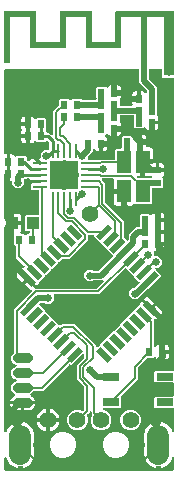
<source format=gtl>
From 690df56bb71020901167605a87ec451081fa18d7 Mon Sep 17 00:00:00 2001
From: opiopan <opiopan@gmail.com>
Date: Sat, 23 Mar 2019 21:59:13 +0900
Subject: add rotation fuction

---
 test/data/test.GTL | 6518 ++++++++++++++++++++++++++++++++++++++++++++++++++++
 1 file changed, 6518 insertions(+)
 create mode 100644 test/data/test.GTL

(limited to 'test/data/test.GTL')

diff --git a/test/data/test.GTL b/test/data/test.GTL
new file mode 100644
index 0000000..74c9883
--- /dev/null
+++ b/test/data/test.GTL
@@ -0,0 +1,6518 @@
+G04 EAGLE Gerber RS-274X export*
+G75*
+%MOMM*%
+%FSLAX34Y34*%
+%LPD*%
+%INTop Layer*%
+%IPPOS*%
+%AMOC8*
+5,1,8,0,0,1.08239X$1,22.5*%
+G01*
+%ADD10R,0.600000X0.700000*%
+%ADD11R,0.700000X0.600000*%
+%ADD12C,1.420000*%
+%ADD13C,1.900000*%
+%ADD14C,0.812800*%
+%ADD15R,1.050000X1.080000*%
+%ADD16R,1.450000X0.650000*%
+%ADD17R,0.540000X1.400000*%
+%ADD18R,0.280000X1.260000*%
+%ADD19R,1.260000X0.280000*%
+%ADD20R,2.400000X2.400000*%
+%ADD21C,1.200000*%
+%ADD22R,1.200000X1.900000*%
+%ADD23R,0.900000X5.400000*%
+%ADD24R,5.000000X0.500000*%
+%ADD25R,0.500000X5.400000*%
+%ADD26R,0.500000X3.140000*%
+%ADD27R,3.000000X0.500000*%
+%ADD28R,2.700000X0.500000*%
+%ADD29R,0.500000X4.440000*%
+%ADD30R,0.500000X0.500000*%
+%ADD31C,0.654800*%
+%ADD32C,0.500000*%
+%ADD33C,0.280000*%
+%ADD34C,0.200000*%
+%ADD35C,0.152400*%
+%ADD36C,1.400000*%
+
+G36*
+X147984Y5090D02*
+X147984Y5090D01*
+X148048Y5089D01*
+X148123Y5110D01*
+X148199Y5121D01*
+X148258Y5147D01*
+X148320Y5164D01*
+X148386Y5205D01*
+X148456Y5237D01*
+X148505Y5279D01*
+X148560Y5312D01*
+X148612Y5370D01*
+X148670Y5420D01*
+X148706Y5474D01*
+X148749Y5522D01*
+X148782Y5591D01*
+X148825Y5656D01*
+X148844Y5718D01*
+X148872Y5775D01*
+X148883Y5845D01*
+X148907Y5926D01*
+X148908Y6011D01*
+X148919Y6080D01*
+X148919Y15377D01*
+X148902Y15501D01*
+X148888Y15626D01*
+X148882Y15641D01*
+X148879Y15656D01*
+X148828Y15770D01*
+X148779Y15887D01*
+X148770Y15899D01*
+X148763Y15913D01*
+X148682Y16008D01*
+X148603Y16106D01*
+X148590Y16115D01*
+X148580Y16127D01*
+X148474Y16196D01*
+X148372Y16268D01*
+X148357Y16273D01*
+X148344Y16282D01*
+X148224Y16318D01*
+X148105Y16359D01*
+X148089Y16359D01*
+X148074Y16364D01*
+X147949Y16366D01*
+X147823Y16371D01*
+X147808Y16367D01*
+X147792Y16368D01*
+X147671Y16334D01*
+X147549Y16304D01*
+X147535Y16297D01*
+X147520Y16293D01*
+X147413Y16226D01*
+X147304Y16164D01*
+X147294Y16153D01*
+X147280Y16144D01*
+X147196Y16051D01*
+X147109Y15960D01*
+X147102Y15947D01*
+X147091Y15935D01*
+X146985Y15716D01*
+X146970Y15685D01*
+X146659Y14728D01*
+X145798Y13039D01*
+X144684Y11506D01*
+X143344Y10166D01*
+X141811Y9052D01*
+X140122Y8191D01*
+X138319Y7606D01*
+X137499Y7476D01*
+X137499Y8188D01*
+X137494Y8222D01*
+X137497Y8257D01*
+X137474Y8361D01*
+X137459Y8467D01*
+X137445Y8499D01*
+X137438Y8533D01*
+X137387Y8627D01*
+X137343Y8724D01*
+X137320Y8750D01*
+X137304Y8781D01*
+X137229Y8857D01*
+X137160Y8938D01*
+X137130Y8957D01*
+X137106Y8982D01*
+X137013Y9034D01*
+X136924Y9093D01*
+X136890Y9103D01*
+X136860Y9120D01*
+X136756Y9144D01*
+X136654Y9175D01*
+X136619Y9175D01*
+X136585Y9183D01*
+X136496Y9177D01*
+X136372Y9179D01*
+X136322Y9165D01*
+X136278Y9162D01*
+X135500Y8984D01*
+X134722Y9162D01*
+X134688Y9165D01*
+X134654Y9175D01*
+X134548Y9176D01*
+X134441Y9185D01*
+X134407Y9178D01*
+X134372Y9179D01*
+X134270Y9150D01*
+X134165Y9129D01*
+X134134Y9113D01*
+X134100Y9103D01*
+X134010Y9047D01*
+X133915Y8998D01*
+X133890Y8974D01*
+X133860Y8955D01*
+X133789Y8876D01*
+X133712Y8802D01*
+X133695Y8772D01*
+X133671Y8746D01*
+X133625Y8650D01*
+X133572Y8558D01*
+X133564Y8524D01*
+X133548Y8492D01*
+X133535Y8404D01*
+X133505Y8283D01*
+X133508Y8232D01*
+X133501Y8188D01*
+X133501Y7476D01*
+X132681Y7606D01*
+X130878Y8191D01*
+X129189Y9052D01*
+X127656Y10166D01*
+X126316Y11506D01*
+X125202Y13039D01*
+X124341Y14728D01*
+X123756Y16531D01*
+X123459Y18402D01*
+X123459Y24856D01*
+X123484Y24860D01*
+X123548Y24859D01*
+X123623Y24880D01*
+X123699Y24891D01*
+X123758Y24917D01*
+X123820Y24934D01*
+X123886Y24975D01*
+X123956Y25007D01*
+X124005Y25049D01*
+X124060Y25082D01*
+X124112Y25140D01*
+X124170Y25190D01*
+X124206Y25244D01*
+X124249Y25292D01*
+X124282Y25361D01*
+X124325Y25426D01*
+X124344Y25488D01*
+X124372Y25545D01*
+X124383Y25615D01*
+X124407Y25696D01*
+X124408Y25781D01*
+X124419Y25850D01*
+X124419Y27850D01*
+X124410Y27914D01*
+X124411Y27978D01*
+X124390Y28053D01*
+X124379Y28129D01*
+X124353Y28188D01*
+X124336Y28250D01*
+X124295Y28316D01*
+X124263Y28386D01*
+X124221Y28435D01*
+X124188Y28490D01*
+X124130Y28542D01*
+X124080Y28600D01*
+X124026Y28636D01*
+X123978Y28679D01*
+X123909Y28712D01*
+X123844Y28755D01*
+X123782Y28774D01*
+X123725Y28802D01*
+X123655Y28812D01*
+X123574Y28837D01*
+X123489Y28838D01*
+X123459Y28843D01*
+X123459Y35298D01*
+X123713Y36902D01*
+X123713Y36903D01*
+X123756Y37169D01*
+X124341Y38972D01*
+X125202Y40661D01*
+X126316Y42194D01*
+X127656Y43534D01*
+X129189Y44648D01*
+X130878Y45509D01*
+X132681Y46094D01*
+X133501Y46224D01*
+X133501Y45512D01*
+X133506Y45478D01*
+X133503Y45443D01*
+X133526Y45339D01*
+X133541Y45233D01*
+X133555Y45201D01*
+X133562Y45167D01*
+X133613Y45073D01*
+X133657Y44976D01*
+X133679Y44950D01*
+X133696Y44919D01*
+X133771Y44843D01*
+X133840Y44762D01*
+X133870Y44743D01*
+X133894Y44718D01*
+X133987Y44666D01*
+X134076Y44607D01*
+X134110Y44597D01*
+X134140Y44580D01*
+X134244Y44556D01*
+X134346Y44525D01*
+X134381Y44525D01*
+X134415Y44517D01*
+X134504Y44523D01*
+X134628Y44521D01*
+X134677Y44535D01*
+X134722Y44538D01*
+X135500Y44716D01*
+X136278Y44538D01*
+X136312Y44535D01*
+X136346Y44525D01*
+X136452Y44524D01*
+X136559Y44515D01*
+X136593Y44522D01*
+X136628Y44521D01*
+X136730Y44550D01*
+X136835Y44571D01*
+X136866Y44587D01*
+X136900Y44597D01*
+X136990Y44653D01*
+X137085Y44702D01*
+X137110Y44726D01*
+X137140Y44745D01*
+X137211Y44824D01*
+X137288Y44898D01*
+X137305Y44928D01*
+X137329Y44954D01*
+X137375Y45050D01*
+X137428Y45142D01*
+X137436Y45176D01*
+X137452Y45208D01*
+X137465Y45296D01*
+X137495Y45417D01*
+X137492Y45468D01*
+X137499Y45512D01*
+X137499Y46224D01*
+X138319Y46094D01*
+X140122Y45509D01*
+X141811Y44648D01*
+X143344Y43534D01*
+X144684Y42194D01*
+X145798Y40661D01*
+X146659Y38972D01*
+X146970Y38015D01*
+X147025Y37902D01*
+X147077Y37787D01*
+X147087Y37775D01*
+X147094Y37761D01*
+X147178Y37669D01*
+X147260Y37573D01*
+X147273Y37564D01*
+X147284Y37553D01*
+X147390Y37488D01*
+X147496Y37418D01*
+X147511Y37414D01*
+X147524Y37406D01*
+X147646Y37373D01*
+X147766Y37336D01*
+X147781Y37336D01*
+X147796Y37332D01*
+X147922Y37334D01*
+X148048Y37332D01*
+X148063Y37336D01*
+X148078Y37337D01*
+X148198Y37374D01*
+X148320Y37407D01*
+X148333Y37416D01*
+X148348Y37420D01*
+X148452Y37489D01*
+X148560Y37556D01*
+X148570Y37567D01*
+X148583Y37576D01*
+X148664Y37672D01*
+X148749Y37765D01*
+X148756Y37779D01*
+X148766Y37791D01*
+X148817Y37906D01*
+X148872Y38019D01*
+X148874Y38033D01*
+X148881Y38048D01*
+X148914Y38290D01*
+X148919Y38323D01*
+X148919Y57136D01*
+X148910Y57200D01*
+X148911Y57264D01*
+X148890Y57339D01*
+X148879Y57415D01*
+X148853Y57474D01*
+X148836Y57536D01*
+X148795Y57602D01*
+X148763Y57672D01*
+X148721Y57721D01*
+X148688Y57776D01*
+X148630Y57828D01*
+X148580Y57886D01*
+X148526Y57922D01*
+X148478Y57965D01*
+X148409Y57998D01*
+X148344Y58041D01*
+X148282Y58060D01*
+X148225Y58088D01*
+X148155Y58099D01*
+X148074Y58123D01*
+X147989Y58124D01*
+X147920Y58135D01*
+X132978Y58135D01*
+X132085Y59028D01*
+X132085Y66792D01*
+X132978Y67685D01*
+X147920Y67685D01*
+X147984Y67694D01*
+X148048Y67693D01*
+X148123Y67714D01*
+X148199Y67725D01*
+X148258Y67751D01*
+X148320Y67768D01*
+X148386Y67809D01*
+X148456Y67841D01*
+X148505Y67883D01*
+X148560Y67916D01*
+X148612Y67974D01*
+X148670Y68024D01*
+X148706Y68078D01*
+X148749Y68126D01*
+X148782Y68195D01*
+X148825Y68260D01*
+X148844Y68322D01*
+X148872Y68379D01*
+X148883Y68449D01*
+X148907Y68530D01*
+X148908Y68615D01*
+X148919Y68684D01*
+X148919Y78636D01*
+X148910Y78700D01*
+X148911Y78764D01*
+X148890Y78839D01*
+X148879Y78915D01*
+X148853Y78974D01*
+X148836Y79036D01*
+X148795Y79102D01*
+X148763Y79172D01*
+X148721Y79221D01*
+X148688Y79276D01*
+X148630Y79328D01*
+X148580Y79386D01*
+X148526Y79422D01*
+X148478Y79465D01*
+X148409Y79498D01*
+X148344Y79541D01*
+X148282Y79560D01*
+X148225Y79588D01*
+X148155Y79599D01*
+X148074Y79623D01*
+X147989Y79624D01*
+X147920Y79635D01*
+X132978Y79635D01*
+X132085Y80528D01*
+X132085Y88292D01*
+X132978Y89185D01*
+X147920Y89185D01*
+X147984Y89194D01*
+X148048Y89193D01*
+X148123Y89214D01*
+X148199Y89225D01*
+X148258Y89251D01*
+X148320Y89268D01*
+X148386Y89309D01*
+X148456Y89341D01*
+X148505Y89383D01*
+X148560Y89416D01*
+X148612Y89474D01*
+X148670Y89524D01*
+X148706Y89578D01*
+X148749Y89626D01*
+X148782Y89695D01*
+X148825Y89760D01*
+X148844Y89822D01*
+X148872Y89879D01*
+X148883Y89949D01*
+X148907Y90030D01*
+X148908Y90115D01*
+X148919Y90184D01*
+X148919Y336500D01*
+X148910Y336564D01*
+X148911Y336628D01*
+X148890Y336703D01*
+X148879Y336779D01*
+X148853Y336838D01*
+X148836Y336900D01*
+X148795Y336966D01*
+X148763Y337036D01*
+X148721Y337085D01*
+X148688Y337140D01*
+X148630Y337192D01*
+X148580Y337250D01*
+X148526Y337286D01*
+X148478Y337329D01*
+X148409Y337362D01*
+X148344Y337405D01*
+X148282Y337424D01*
+X148225Y337452D01*
+X148155Y337463D01*
+X148074Y337487D01*
+X147989Y337488D01*
+X147920Y337499D01*
+X138500Y337499D01*
+X138499Y337500D01*
+X138499Y338931D01*
+X138486Y339025D01*
+X138481Y339122D01*
+X138475Y339138D01*
+X138475Y344000D01*
+X138466Y344064D01*
+X138467Y344128D01*
+X138446Y344203D01*
+X138435Y344279D01*
+X138409Y344338D01*
+X138392Y344400D01*
+X138351Y344466D01*
+X138319Y344536D01*
+X138277Y344585D01*
+X138244Y344640D01*
+X138186Y344692D01*
+X138136Y344750D01*
+X138082Y344786D01*
+X138034Y344829D01*
+X137965Y344862D01*
+X137900Y344905D01*
+X137838Y344924D01*
+X137781Y344952D01*
+X137711Y344963D01*
+X137630Y344987D01*
+X137545Y344988D01*
+X137476Y344999D01*
+X128524Y344999D01*
+X128460Y344990D01*
+X128396Y344991D01*
+X128321Y344970D01*
+X128245Y344959D01*
+X128186Y344933D01*
+X128124Y344916D01*
+X128058Y344875D01*
+X127988Y344843D01*
+X127939Y344801D01*
+X127884Y344768D01*
+X127832Y344710D01*
+X127774Y344660D01*
+X127738Y344606D01*
+X127695Y344558D01*
+X127662Y344489D01*
+X127619Y344424D01*
+X127600Y344362D01*
+X127572Y344305D01*
+X127561Y344235D01*
+X127537Y344154D01*
+X127536Y344069D01*
+X127525Y344000D01*
+X127525Y337051D01*
+X127538Y336956D01*
+X127543Y336860D01*
+X127558Y336817D01*
+X127565Y336772D01*
+X127604Y336684D01*
+X127636Y336593D01*
+X127661Y336559D01*
+X127681Y336515D01*
+X127764Y336418D01*
+X127817Y336344D01*
+X133985Y330177D01*
+X133985Y325085D01*
+X133998Y324991D01*
+X134003Y324894D01*
+X134018Y324851D01*
+X134025Y324806D01*
+X134064Y324719D01*
+X134096Y324628D01*
+X134121Y324593D01*
+X134141Y324549D01*
+X134224Y324452D01*
+X134277Y324379D01*
+X134485Y324172D01*
+X134485Y315908D01*
+X134277Y315701D01*
+X134220Y315624D01*
+X134155Y315553D01*
+X134135Y315512D01*
+X134108Y315476D01*
+X134074Y315385D01*
+X134032Y315299D01*
+X134026Y315257D01*
+X134009Y315212D01*
+X133999Y315084D01*
+X133985Y314995D01*
+X133985Y314925D01*
+X133998Y314831D01*
+X134003Y314734D01*
+X134018Y314691D01*
+X134025Y314646D01*
+X134064Y314559D01*
+X134096Y314468D01*
+X134121Y314433D01*
+X134141Y314389D01*
+X134224Y314292D01*
+X134277Y314219D01*
+X134485Y314012D01*
+X134485Y305702D01*
+X134498Y305607D01*
+X134503Y305511D01*
+X134518Y305468D01*
+X134525Y305423D01*
+X134564Y305336D01*
+X134596Y305245D01*
+X134621Y305210D01*
+X134641Y305166D01*
+X134724Y305069D01*
+X134777Y304996D01*
+X134993Y304780D01*
+X135328Y304201D01*
+X135501Y303555D01*
+X135501Y301219D01*
+X130460Y301219D01*
+X130397Y301210D01*
+X130332Y301211D01*
+X130258Y301190D01*
+X130181Y301179D01*
+X130123Y301153D01*
+X130061Y301136D01*
+X129995Y301095D01*
+X129924Y301063D01*
+X129875Y301021D01*
+X129821Y300988D01*
+X129769Y300930D01*
+X129710Y300880D01*
+X129675Y300826D01*
+X129632Y300778D01*
+X129598Y300709D01*
+X129555Y300644D01*
+X129537Y300582D01*
+X129509Y300525D01*
+X129498Y300455D01*
+X129473Y300374D01*
+X129472Y300289D01*
+X129461Y300220D01*
+X129461Y300219D01*
+X129460Y300219D01*
+X129396Y300210D01*
+X129332Y300211D01*
+X129257Y300190D01*
+X129181Y300179D01*
+X129122Y300153D01*
+X129060Y300136D01*
+X128994Y300095D01*
+X128924Y300063D01*
+X128875Y300021D01*
+X128820Y299987D01*
+X128768Y299930D01*
+X128710Y299880D01*
+X128674Y299826D01*
+X128631Y299778D01*
+X128598Y299709D01*
+X128555Y299644D01*
+X128536Y299582D01*
+X128508Y299524D01*
+X128497Y299455D01*
+X128473Y299374D01*
+X128472Y299289D01*
+X128461Y299220D01*
+X128461Y293679D01*
+X126625Y293679D01*
+X125979Y293852D01*
+X125400Y294187D01*
+X124927Y294660D01*
+X124710Y295035D01*
+X124677Y295077D01*
+X124652Y295125D01*
+X124591Y295188D01*
+X124536Y295257D01*
+X124493Y295288D01*
+X124455Y295327D01*
+X124379Y295370D01*
+X124307Y295421D01*
+X124257Y295439D01*
+X124210Y295466D01*
+X124124Y295486D01*
+X124041Y295515D01*
+X123988Y295518D01*
+X123935Y295531D01*
+X123847Y295526D01*
+X123760Y295531D01*
+X123708Y295519D01*
+X123654Y295516D01*
+X123570Y295487D01*
+X123485Y295468D01*
+X123438Y295441D01*
+X123387Y295424D01*
+X123324Y295378D01*
+X123239Y295330D01*
+X123188Y295278D01*
+X123138Y295242D01*
+X122592Y294695D01*
+X115328Y294695D01*
+X114435Y295588D01*
+X114435Y303852D01*
+X114643Y304059D01*
+X114700Y304136D01*
+X114765Y304207D01*
+X114785Y304248D01*
+X114812Y304284D01*
+X114846Y304375D01*
+X114888Y304461D01*
+X114894Y304503D01*
+X114911Y304548D01*
+X114921Y304676D01*
+X114935Y304765D01*
+X114935Y304835D01*
+X114922Y304929D01*
+X114917Y305026D01*
+X114902Y305069D01*
+X114895Y305114D01*
+X114856Y305201D01*
+X114824Y305292D01*
+X114799Y305327D01*
+X114779Y305371D01*
+X114708Y305453D01*
+X114682Y305495D01*
+X114682Y305496D01*
+X114663Y305513D01*
+X114643Y305541D01*
+X114621Y305563D01*
+X114604Y305575D01*
+X114596Y305585D01*
+X114560Y305608D01*
+X114544Y305620D01*
+X114473Y305685D01*
+X114432Y305705D01*
+X114396Y305732D01*
+X114305Y305766D01*
+X114219Y305808D01*
+X114177Y305814D01*
+X114132Y305831D01*
+X114004Y305841D01*
+X113915Y305855D01*
+X103734Y305855D01*
+X103670Y305846D01*
+X103606Y305847D01*
+X103531Y305826D01*
+X103455Y305815D01*
+X103396Y305789D01*
+X103334Y305772D01*
+X103268Y305731D01*
+X103198Y305699D01*
+X103149Y305657D01*
+X103094Y305624D01*
+X103042Y305566D01*
+X102984Y305516D01*
+X102948Y305462D01*
+X102905Y305414D01*
+X102872Y305345D01*
+X102829Y305280D01*
+X102810Y305218D01*
+X102782Y305161D01*
+X102771Y305091D01*
+X102747Y305010D01*
+X102746Y304925D01*
+X102735Y304856D01*
+X102735Y300622D01*
+X102748Y300527D01*
+X102753Y300431D01*
+X102768Y300388D01*
+X102775Y300343D01*
+X102814Y300256D01*
+X102846Y300165D01*
+X102871Y300130D01*
+X102891Y300086D01*
+X102974Y299989D01*
+X103027Y299916D01*
+X103243Y299700D01*
+X103578Y299121D01*
+X103751Y298475D01*
+X103751Y296139D01*
+X98710Y296139D01*
+X98647Y296130D01*
+X98582Y296131D01*
+X98508Y296110D01*
+X98431Y296099D01*
+X98373Y296073D01*
+X98311Y296056D01*
+X98245Y296015D01*
+X98174Y295983D01*
+X98125Y295941D01*
+X98071Y295908D01*
+X98019Y295850D01*
+X97960Y295800D01*
+X97925Y295746D01*
+X97882Y295698D01*
+X97848Y295629D01*
+X97805Y295564D01*
+X97787Y295502D01*
+X97759Y295445D01*
+X97748Y295375D01*
+X97723Y295294D01*
+X97722Y295209D01*
+X97711Y295140D01*
+X97711Y295139D01*
+X97710Y295139D01*
+X97646Y295130D01*
+X97582Y295131D01*
+X97507Y295110D01*
+X97431Y295099D01*
+X97372Y295073D01*
+X97310Y295056D01*
+X97244Y295015D01*
+X97174Y294983D01*
+X97125Y294941D01*
+X97070Y294907D01*
+X97018Y294850D01*
+X96960Y294800D01*
+X96924Y294746D01*
+X96881Y294698D01*
+X96848Y294629D01*
+X96805Y294564D01*
+X96786Y294502D01*
+X96758Y294444D01*
+X96747Y294375D01*
+X96723Y294294D01*
+X96722Y294209D01*
+X96711Y294140D01*
+X96711Y288599D01*
+X94875Y288599D01*
+X94229Y288772D01*
+X93650Y289107D01*
+X93177Y289580D01*
+X92960Y289955D01*
+X92927Y289997D01*
+X92902Y290045D01*
+X92841Y290108D01*
+X92786Y290177D01*
+X92743Y290208D01*
+X92705Y290247D01*
+X92629Y290290D01*
+X92557Y290341D01*
+X92507Y290359D01*
+X92460Y290386D01*
+X92374Y290406D01*
+X92291Y290435D01*
+X92238Y290438D01*
+X92185Y290451D01*
+X92098Y290446D01*
+X92010Y290451D01*
+X91957Y290439D01*
+X91904Y290436D01*
+X91820Y290407D01*
+X91735Y290388D01*
+X91688Y290361D01*
+X91637Y290344D01*
+X91574Y290298D01*
+X91489Y290250D01*
+X91438Y290198D01*
+X91388Y290162D01*
+X90587Y289360D01*
+X90555Y289318D01*
+X90515Y289281D01*
+X90470Y289205D01*
+X90417Y289135D01*
+X90399Y289085D01*
+X90371Y289039D01*
+X90349Y288953D01*
+X90318Y288871D01*
+X90314Y288818D01*
+X90300Y288766D01*
+X90303Y288678D01*
+X90296Y288590D01*
+X90307Y288537D01*
+X90309Y288484D01*
+X90336Y288400D01*
+X90354Y288314D01*
+X90379Y288266D01*
+X90395Y288215D01*
+X90445Y288143D01*
+X90486Y288065D01*
+X90524Y288026D01*
+X90554Y287982D01*
+X90615Y287933D01*
+X90683Y287863D01*
+X90746Y287827D01*
+X90794Y287788D01*
+X91340Y287473D01*
+X91813Y287000D01*
+X92148Y286421D01*
+X92321Y285775D01*
+X92321Y283439D01*
+X87280Y283439D01*
+X87217Y283430D01*
+X87152Y283431D01*
+X87078Y283410D01*
+X87001Y283399D01*
+X86943Y283373D01*
+X86881Y283356D01*
+X86815Y283315D01*
+X86744Y283283D01*
+X86695Y283241D01*
+X86641Y283208D01*
+X86589Y283150D01*
+X86530Y283100D01*
+X86495Y283046D01*
+X86452Y282998D01*
+X86418Y282929D01*
+X86375Y282864D01*
+X86357Y282802D01*
+X86329Y282745D01*
+X86318Y282675D01*
+X86293Y282594D01*
+X86292Y282509D01*
+X86281Y282440D01*
+X86281Y282439D01*
+X86280Y282439D01*
+X86216Y282430D01*
+X86152Y282431D01*
+X86077Y282410D01*
+X86001Y282399D01*
+X85942Y282373D01*
+X85880Y282356D01*
+X85814Y282315D01*
+X85744Y282283D01*
+X85695Y282241D01*
+X85640Y282207D01*
+X85588Y282150D01*
+X85530Y282100D01*
+X85494Y282046D01*
+X85451Y281998D01*
+X85418Y281929D01*
+X85375Y281864D01*
+X85356Y281802D01*
+X85328Y281744D01*
+X85317Y281675D01*
+X85293Y281594D01*
+X85292Y281509D01*
+X85281Y281440D01*
+X85281Y275899D01*
+X83445Y275899D01*
+X82799Y276072D01*
+X82220Y276407D01*
+X81747Y276880D01*
+X81669Y277014D01*
+X81656Y277031D01*
+X81647Y277051D01*
+X81569Y277142D01*
+X81495Y277236D01*
+X81478Y277249D01*
+X81464Y277265D01*
+X81363Y277331D01*
+X81266Y277401D01*
+X81246Y277408D01*
+X81228Y277420D01*
+X81113Y277455D01*
+X81000Y277494D01*
+X80979Y277496D01*
+X80958Y277502D01*
+X80838Y277504D01*
+X80719Y277510D01*
+X80698Y277505D01*
+X80676Y277506D01*
+X80561Y277474D01*
+X80444Y277447D01*
+X80425Y277436D01*
+X80404Y277431D01*
+X80302Y277367D01*
+X80198Y277309D01*
+X80183Y277294D01*
+X80164Y277282D01*
+X80084Y277193D01*
+X80000Y277108D01*
+X79990Y277089D01*
+X79975Y277073D01*
+X79923Y276965D01*
+X79866Y276860D01*
+X79862Y276839D01*
+X79852Y276819D01*
+X79838Y276729D01*
+X79807Y276584D01*
+X79810Y276547D01*
+X79805Y276515D01*
+X79805Y274773D01*
+X77155Y272123D01*
+X77154Y272123D01*
+X76211Y271180D01*
+X76154Y271103D01*
+X76089Y271031D01*
+X76069Y270990D01*
+X76042Y270954D01*
+X76008Y270864D01*
+X75966Y270778D01*
+X75960Y270736D01*
+X75943Y270690D01*
+X75933Y270563D01*
+X75919Y270473D01*
+X75919Y269756D01*
+X75858Y269675D01*
+X75846Y269645D01*
+X75829Y269618D01*
+X75797Y269513D01*
+X75758Y269411D01*
+X75756Y269379D01*
+X75746Y269348D01*
+X75745Y269239D01*
+X75736Y269130D01*
+X75743Y269098D01*
+X75743Y269066D01*
+X75772Y268961D01*
+X75794Y268854D01*
+X75809Y268825D01*
+X75818Y268794D01*
+X75875Y268701D01*
+X75926Y268605D01*
+X75949Y268582D01*
+X75966Y268554D01*
+X76047Y268481D01*
+X76123Y268403D01*
+X76151Y268387D01*
+X76175Y268365D01*
+X76273Y268318D01*
+X76368Y268264D01*
+X76400Y268256D01*
+X76429Y268242D01*
+X76518Y268228D01*
+X76643Y268199D01*
+X76691Y268201D01*
+X76734Y268195D01*
+X83112Y268195D01*
+X83457Y267849D01*
+X83534Y267792D01*
+X83605Y267727D01*
+X83646Y267707D01*
+X83682Y267680D01*
+X83773Y267646D01*
+X83859Y267604D01*
+X83901Y267598D01*
+X83946Y267581D01*
+X84074Y267571D01*
+X84163Y267557D01*
+X84596Y267557D01*
+X84691Y267570D01*
+X84787Y267575D01*
+X84830Y267590D01*
+X84875Y267597D01*
+X84963Y267636D01*
+X85053Y267668D01*
+X85088Y267693D01*
+X85132Y267713D01*
+X85229Y267796D01*
+X85302Y267849D01*
+X85650Y268197D01*
+X97776Y268197D01*
+X97840Y268206D01*
+X97904Y268205D01*
+X97979Y268226D01*
+X98055Y268237D01*
+X98114Y268263D01*
+X98176Y268280D01*
+X98242Y268321D01*
+X98312Y268353D01*
+X98361Y268395D01*
+X98416Y268428D01*
+X98468Y268486D01*
+X98526Y268536D01*
+X98562Y268590D01*
+X98605Y268638D01*
+X98638Y268707D01*
+X98681Y268772D01*
+X98700Y268834D01*
+X98728Y268891D01*
+X98739Y268961D01*
+X98763Y269042D01*
+X98764Y269127D01*
+X98775Y269196D01*
+X98775Y276732D01*
+X99668Y277625D01*
+X103317Y277625D01*
+X103349Y277629D01*
+X103381Y277627D01*
+X103488Y277649D01*
+X103596Y277665D01*
+X103625Y277678D01*
+X103657Y277685D01*
+X103753Y277736D01*
+X103853Y277781D01*
+X103877Y277802D01*
+X103906Y277817D01*
+X103984Y277893D01*
+X104067Y277964D01*
+X104085Y277991D01*
+X104108Y278014D01*
+X104162Y278109D01*
+X104221Y278200D01*
+X104231Y278231D01*
+X104247Y278259D01*
+X104272Y278366D01*
+X104304Y278470D01*
+X104304Y278502D01*
+X104312Y278534D01*
+X104306Y278643D01*
+X104308Y278752D01*
+X104299Y278783D01*
+X104297Y278816D01*
+X104275Y278879D01*
+X104275Y287342D01*
+X105168Y288235D01*
+X112432Y288235D01*
+X112978Y287688D01*
+X113021Y287656D01*
+X113058Y287616D01*
+X113134Y287571D01*
+X113204Y287519D01*
+X113254Y287500D01*
+X113300Y287472D01*
+X113385Y287450D01*
+X113468Y287419D01*
+X113521Y287415D01*
+X113573Y287401D01*
+X113661Y287404D01*
+X113749Y287397D01*
+X113801Y287408D01*
+X113855Y287410D01*
+X113939Y287437D01*
+X114025Y287455D01*
+X114072Y287480D01*
+X114124Y287497D01*
+X114196Y287546D01*
+X114274Y287587D01*
+X114313Y287625D01*
+X114357Y287655D01*
+X114406Y287716D01*
+X114476Y287784D01*
+X114512Y287847D01*
+X114550Y287895D01*
+X114767Y288270D01*
+X115240Y288743D01*
+X115819Y289078D01*
+X116465Y289251D01*
+X118301Y289251D01*
+X118301Y283710D01*
+X118310Y283647D01*
+X118309Y283582D01*
+X118330Y283508D01*
+X118341Y283431D01*
+X118367Y283373D01*
+X118384Y283311D01*
+X118425Y283245D01*
+X118457Y283174D01*
+X118498Y283125D01*
+X118532Y283071D01*
+X118590Y283019D01*
+X118640Y282960D01*
+X118694Y282925D01*
+X118742Y282882D01*
+X118811Y282848D01*
+X118876Y282805D01*
+X118938Y282787D01*
+X118995Y282759D01*
+X119065Y282748D01*
+X119146Y282723D01*
+X119231Y282722D01*
+X119300Y282711D01*
+X119301Y282711D01*
+X119301Y282710D01*
+X119310Y282646D01*
+X119309Y282582D01*
+X119330Y282507D01*
+X119341Y282431D01*
+X119367Y282372D01*
+X119384Y282310D01*
+X119425Y282244D01*
+X119457Y282174D01*
+X119499Y282125D01*
+X119533Y282070D01*
+X119590Y282018D01*
+X119640Y281960D01*
+X119694Y281924D01*
+X119742Y281881D01*
+X119811Y281848D01*
+X119876Y281805D01*
+X119938Y281786D01*
+X119996Y281758D01*
+X120065Y281747D01*
+X120146Y281723D01*
+X120231Y281722D01*
+X120300Y281711D01*
+X125341Y281711D01*
+X125341Y279640D01*
+X125350Y279576D01*
+X125349Y279512D01*
+X125370Y279437D01*
+X125381Y279361D01*
+X125407Y279302D01*
+X125424Y279240D01*
+X125465Y279174D01*
+X125497Y279104D01*
+X125539Y279055D01*
+X125572Y279000D01*
+X125630Y278948D01*
+X125680Y278890D01*
+X125734Y278854D01*
+X125782Y278811D01*
+X125851Y278778D01*
+X125916Y278735D01*
+X125978Y278716D01*
+X126035Y278688D01*
+X126105Y278677D01*
+X126186Y278653D01*
+X126271Y278652D01*
+X126340Y278641D01*
+X128635Y278641D01*
+X129281Y278468D01*
+X129860Y278133D01*
+X130333Y277660D01*
+X130668Y277081D01*
+X130841Y276435D01*
+X130841Y268599D01*
+X123300Y268599D01*
+X123236Y268590D01*
+X123172Y268591D01*
+X123098Y268570D01*
+X123021Y268559D01*
+X122962Y268533D01*
+X122900Y268516D01*
+X122834Y268475D01*
+X122764Y268443D01*
+X122715Y268401D01*
+X122660Y268368D01*
+X122609Y268310D01*
+X122550Y268260D01*
+X122514Y268206D01*
+X122471Y268158D01*
+X122438Y268089D01*
+X122395Y268024D01*
+X122376Y267962D01*
+X122348Y267905D01*
+X122338Y267835D01*
+X122313Y267754D01*
+X122312Y267669D01*
+X122301Y267600D01*
+X122301Y266599D01*
+X121300Y266599D01*
+X121236Y266590D01*
+X121172Y266591D01*
+X121097Y266570D01*
+X121021Y266559D01*
+X120962Y266533D01*
+X120900Y266516D01*
+X120834Y266475D01*
+X120764Y266443D01*
+X120715Y266401D01*
+X120660Y266368D01*
+X120608Y266310D01*
+X120550Y266260D01*
+X120514Y266206D01*
+X120471Y266158D01*
+X120438Y266089D01*
+X120395Y266024D01*
+X120376Y265962D01*
+X120348Y265904D01*
+X120338Y265835D01*
+X120313Y265754D01*
+X120312Y265669D01*
+X120301Y265600D01*
+X120301Y254559D01*
+X118117Y254559D01*
+X118085Y254555D01*
+X118053Y254557D01*
+X117946Y254535D01*
+X117838Y254519D01*
+X117809Y254506D01*
+X117777Y254500D01*
+X117680Y254448D01*
+X117581Y254403D01*
+X117556Y254382D01*
+X117528Y254367D01*
+X117450Y254291D01*
+X117367Y254220D01*
+X117349Y254193D01*
+X117326Y254170D01*
+X117272Y254075D01*
+X117212Y253984D01*
+X117203Y253953D01*
+X117187Y253925D01*
+X117162Y253819D01*
+X117130Y253714D01*
+X117129Y253682D01*
+X117122Y253651D01*
+X117127Y253541D01*
+X117126Y253432D01*
+X117135Y253401D01*
+X117136Y253369D01*
+X117172Y253266D01*
+X117201Y253160D01*
+X117218Y253133D01*
+X117229Y253102D01*
+X117282Y253029D01*
+X117349Y252920D01*
+X117385Y252888D01*
+X117411Y252853D01*
+X117547Y252717D01*
+X117623Y252660D01*
+X117695Y252595D01*
+X117736Y252575D01*
+X117772Y252548D01*
+X117862Y252514D01*
+X117949Y252472D01*
+X117991Y252466D01*
+X118036Y252449D01*
+X118164Y252439D01*
+X118253Y252425D01*
+X121859Y252425D01*
+X121954Y252438D01*
+X122050Y252443D01*
+X122093Y252458D01*
+X122138Y252465D01*
+X122226Y252504D01*
+X122285Y252525D01*
+X129195Y252525D01*
+X129216Y252528D01*
+X129237Y252526D01*
+X129356Y252548D01*
+X129474Y252565D01*
+X129493Y252573D01*
+X129515Y252577D01*
+X129622Y252632D01*
+X129731Y252681D01*
+X129747Y252695D01*
+X129766Y252704D01*
+X129854Y252786D01*
+X129945Y252864D01*
+X129957Y252882D01*
+X129973Y252897D01*
+X130034Y252999D01*
+X130100Y253100D01*
+X130106Y253121D01*
+X130117Y253139D01*
+X130147Y253255D01*
+X130182Y253370D01*
+X130182Y253391D01*
+X130188Y253412D01*
+X130184Y253532D01*
+X130186Y253652D01*
+X130180Y253673D01*
+X130179Y253694D01*
+X130142Y253808D01*
+X130111Y253924D01*
+X130099Y253942D01*
+X130093Y253963D01*
+X130025Y254062D01*
+X129962Y254164D01*
+X129946Y254178D01*
+X129934Y254196D01*
+X129863Y254253D01*
+X129753Y254353D01*
+X129720Y254369D01*
+X129694Y254389D01*
+X129516Y254492D01*
+X129427Y254528D01*
+X129341Y254572D01*
+X129296Y254581D01*
+X129254Y254598D01*
+X129158Y254607D01*
+X129064Y254625D01*
+X129022Y254621D01*
+X128973Y254625D01*
+X128847Y254602D01*
+X128757Y254592D01*
+X128634Y254559D01*
+X124299Y254559D01*
+X124299Y264601D01*
+X129409Y264601D01*
+X129515Y264616D01*
+X129622Y264624D01*
+X129652Y264635D01*
+X129689Y264641D01*
+X129824Y264702D01*
+X129909Y264735D01*
+X130139Y264868D01*
+X130785Y265041D01*
+X133121Y265041D01*
+X133121Y260000D01*
+X133130Y259937D01*
+X133129Y259872D01*
+X133150Y259798D01*
+X133161Y259721D01*
+X133187Y259663D01*
+X133204Y259601D01*
+X133245Y259535D01*
+X133277Y259464D01*
+X133318Y259415D01*
+X133352Y259361D01*
+X133410Y259309D01*
+X133460Y259250D01*
+X133514Y259215D01*
+X133562Y259172D01*
+X133631Y259138D01*
+X133696Y259095D01*
+X133758Y259077D01*
+X133815Y259049D01*
+X133885Y259038D01*
+X133966Y259013D01*
+X134051Y259012D01*
+X134120Y259001D01*
+X134121Y259001D01*
+X134121Y259000D01*
+X134130Y258936D01*
+X134129Y258872D01*
+X134150Y258797D01*
+X134161Y258721D01*
+X134187Y258662D01*
+X134204Y258600D01*
+X134245Y258534D01*
+X134277Y258464D01*
+X134319Y258415D01*
+X134353Y258360D01*
+X134410Y258308D01*
+X134460Y258250D01*
+X134514Y258214D01*
+X134562Y258171D01*
+X134631Y258138D01*
+X134696Y258095D01*
+X134758Y258076D01*
+X134816Y258048D01*
+X134885Y258037D01*
+X134966Y258013D01*
+X135051Y258012D01*
+X135120Y258001D01*
+X140661Y258001D01*
+X140661Y256165D01*
+X140488Y255519D01*
+X140153Y254940D01*
+X139680Y254467D01*
+X139305Y254250D01*
+X139263Y254217D01*
+X139215Y254192D01*
+X139152Y254131D01*
+X139083Y254076D01*
+X139052Y254033D01*
+X139013Y253995D01*
+X138970Y253919D01*
+X138919Y253847D01*
+X138901Y253797D01*
+X138874Y253750D01*
+X138854Y253664D01*
+X138825Y253581D01*
+X138822Y253528D01*
+X138809Y253475D01*
+X138814Y253387D01*
+X138809Y253300D01*
+X138821Y253248D01*
+X138824Y253194D01*
+X138853Y253110D01*
+X138872Y253025D01*
+X138899Y252978D01*
+X138916Y252927D01*
+X138962Y252864D01*
+X139010Y252779D01*
+X139062Y252728D01*
+X139098Y252678D01*
+X139645Y252132D01*
+X139645Y244868D01*
+X138752Y243975D01*
+X130824Y243975D01*
+X130760Y243966D01*
+X130696Y243967D01*
+X130621Y243946D01*
+X130545Y243935D01*
+X130486Y243909D01*
+X130424Y243892D01*
+X130358Y243851D01*
+X130288Y243819D01*
+X130239Y243777D01*
+X130184Y243744D01*
+X130132Y243686D01*
+X130074Y243636D01*
+X130038Y243582D01*
+X129995Y243534D01*
+X129962Y243465D01*
+X129919Y243400D01*
+X129900Y243338D01*
+X129872Y243281D01*
+X129861Y243211D01*
+X129837Y243130D01*
+X129836Y243045D01*
+X129825Y242976D01*
+X129825Y231268D01*
+X128932Y230375D01*
+X115656Y230375D01*
+X115629Y230403D01*
+X115561Y230441D01*
+X115499Y230488D01*
+X115439Y230511D01*
+X115383Y230542D01*
+X115308Y230560D01*
+X115236Y230588D01*
+X115172Y230592D01*
+X115109Y230607D01*
+X115032Y230603D01*
+X114954Y230609D01*
+X114891Y230596D01*
+X114827Y230593D01*
+X114754Y230568D01*
+X114678Y230552D01*
+X114622Y230522D01*
+X114561Y230500D01*
+X114504Y230459D01*
+X114429Y230419D01*
+X114369Y230360D01*
+X114312Y230319D01*
+X113860Y229867D01*
+X113281Y229532D01*
+X112635Y229359D01*
+X108299Y229359D01*
+X108299Y240400D01*
+X108290Y240464D01*
+X108291Y240528D01*
+X108270Y240602D01*
+X108259Y240679D01*
+X108233Y240738D01*
+X108216Y240800D01*
+X108175Y240866D01*
+X108143Y240936D01*
+X108101Y240985D01*
+X108068Y241040D01*
+X108010Y241091D01*
+X107960Y241150D01*
+X107906Y241186D01*
+X107858Y241229D01*
+X107789Y241262D01*
+X107724Y241305D01*
+X107662Y241324D01*
+X107605Y241352D01*
+X107535Y241362D01*
+X107454Y241387D01*
+X107369Y241388D01*
+X107300Y241399D01*
+X106299Y241399D01*
+X106299Y242400D01*
+X106290Y242464D01*
+X106291Y242528D01*
+X106270Y242603D01*
+X106259Y242679D01*
+X106233Y242738D01*
+X106216Y242800D01*
+X106175Y242866D01*
+X106143Y242936D01*
+X106101Y242985D01*
+X106068Y243040D01*
+X106010Y243092D01*
+X105960Y243150D01*
+X105906Y243186D01*
+X105858Y243229D01*
+X105789Y243262D01*
+X105724Y243305D01*
+X105662Y243324D01*
+X105604Y243352D01*
+X105535Y243362D01*
+X105454Y243387D01*
+X105369Y243388D01*
+X105300Y243399D01*
+X97759Y243399D01*
+X97759Y251235D01*
+X97762Y251245D01*
+X97769Y251299D01*
+X97784Y251350D01*
+X97785Y251438D01*
+X97796Y251525D01*
+X97787Y251578D01*
+X97788Y251632D01*
+X97765Y251717D01*
+X97750Y251804D01*
+X97727Y251852D01*
+X97713Y251904D01*
+X97667Y251979D01*
+X97629Y252058D01*
+X97593Y252098D01*
+X97565Y252144D01*
+X97499Y252203D01*
+X97441Y252268D01*
+X97395Y252297D01*
+X97355Y252333D01*
+X97276Y252371D01*
+X97201Y252418D01*
+X97150Y252432D01*
+X97102Y252456D01*
+X97024Y252468D01*
+X96930Y252494D01*
+X96858Y252494D01*
+X96797Y252503D01*
+X88423Y252503D01*
+X88391Y252499D01*
+X88359Y252501D01*
+X88252Y252479D01*
+X88144Y252463D01*
+X88114Y252450D01*
+X88083Y252444D01*
+X87986Y252392D01*
+X87887Y252347D01*
+X87862Y252326D01*
+X87834Y252311D01*
+X87756Y252235D01*
+X87673Y252164D01*
+X87655Y252137D01*
+X87632Y252114D01*
+X87578Y252019D01*
+X87518Y251928D01*
+X87509Y251897D01*
+X87493Y251869D01*
+X87468Y251763D01*
+X87436Y251658D01*
+X87435Y251626D01*
+X87428Y251595D01*
+X87433Y251485D01*
+X87432Y251376D01*
+X87441Y251345D01*
+X87442Y251313D01*
+X87478Y251210D01*
+X87507Y251104D01*
+X87524Y251077D01*
+X87535Y251046D01*
+X87588Y250973D01*
+X87655Y250864D01*
+X87691Y250832D01*
+X87716Y250797D01*
+X90425Y248089D01*
+X90425Y232494D01*
+X90438Y232399D01*
+X90443Y232303D01*
+X90458Y232259D01*
+X90465Y232214D01*
+X90504Y232127D01*
+X90536Y232036D01*
+X90561Y232002D01*
+X90581Y231958D01*
+X90664Y231860D01*
+X90717Y231787D01*
+X106534Y215971D01*
+X106534Y202223D01*
+X106547Y202128D01*
+X106552Y202032D01*
+X106567Y201989D01*
+X106573Y201944D01*
+X106613Y201856D01*
+X106644Y201765D01*
+X106670Y201731D01*
+X106690Y201687D01*
+X106773Y201590D01*
+X106826Y201516D01*
+X108569Y199773D01*
+X108595Y199754D01*
+X108616Y199729D01*
+X108708Y199669D01*
+X108795Y199604D01*
+X108825Y199592D01*
+X108852Y199575D01*
+X108957Y199543D01*
+X109059Y199504D01*
+X109091Y199502D01*
+X109122Y199492D01*
+X109231Y199491D01*
+X109340Y199482D01*
+X109372Y199489D01*
+X109404Y199489D01*
+X109509Y199518D01*
+X109616Y199540D01*
+X109645Y199555D01*
+X109676Y199564D01*
+X109769Y199621D01*
+X109865Y199672D01*
+X109888Y199695D01*
+X109916Y199712D01*
+X109989Y199793D01*
+X110067Y199869D01*
+X110083Y199897D01*
+X110105Y199921D01*
+X110152Y200019D01*
+X110206Y200115D01*
+X110214Y200146D01*
+X110228Y200175D01*
+X110242Y200264D01*
+X110271Y200389D01*
+X110269Y200438D01*
+X110275Y200480D01*
+X110275Y204867D01*
+X116443Y211035D01*
+X118995Y211035D01*
+X119089Y211048D01*
+X119186Y211053D01*
+X119229Y211068D01*
+X119274Y211075D01*
+X119361Y211114D01*
+X119452Y211146D01*
+X119487Y211171D01*
+X119531Y211191D01*
+X119614Y211262D01*
+X119656Y211288D01*
+X119673Y211307D01*
+X119701Y211327D01*
+X119723Y211349D01*
+X119735Y211366D01*
+X119745Y211374D01*
+X119768Y211410D01*
+X119780Y211426D01*
+X119845Y211497D01*
+X119865Y211538D01*
+X119892Y211574D01*
+X119926Y211664D01*
+X119968Y211751D01*
+X119974Y211793D01*
+X119991Y211838D01*
+X120001Y211966D01*
+X120015Y212055D01*
+X120015Y212125D01*
+X120002Y212220D01*
+X119997Y212316D01*
+X119982Y212359D01*
+X119975Y212404D01*
+X119936Y212491D01*
+X119904Y212582D01*
+X119879Y212617D01*
+X119859Y212661D01*
+X119776Y212758D01*
+X119723Y212831D01*
+X119515Y213038D01*
+X119515Y221302D01*
+X120408Y222195D01*
+X127672Y222195D01*
+X128218Y221648D01*
+X128261Y221616D01*
+X128298Y221577D01*
+X128373Y221532D01*
+X128444Y221479D01*
+X128494Y221460D01*
+X128540Y221432D01*
+X128625Y221410D01*
+X128708Y221379D01*
+X128761Y221375D01*
+X128813Y221362D01*
+X128901Y221364D01*
+X128989Y221357D01*
+X129041Y221368D01*
+X129095Y221370D01*
+X129179Y221397D01*
+X129265Y221415D01*
+X129312Y221440D01*
+X129363Y221457D01*
+X129436Y221506D01*
+X129514Y221547D01*
+X129553Y221585D01*
+X129597Y221615D01*
+X129646Y221676D01*
+X129716Y221744D01*
+X129752Y221807D01*
+X129790Y221855D01*
+X130007Y222230D01*
+X130480Y222703D01*
+X131059Y223038D01*
+X131705Y223211D01*
+X133541Y223211D01*
+X133541Y217670D01*
+X133550Y217607D01*
+X133549Y217542D01*
+X133570Y217468D01*
+X133581Y217391D01*
+X133607Y217333D01*
+X133624Y217271D01*
+X133665Y217205D01*
+X133682Y217167D01*
+X133678Y217159D01*
+X133635Y217094D01*
+X133616Y217032D01*
+X133588Y216974D01*
+X133577Y216905D01*
+X133553Y216824D01*
+X133552Y216739D01*
+X133541Y216670D01*
+X133541Y207510D01*
+X133550Y207447D01*
+X133549Y207382D01*
+X133570Y207308D01*
+X133581Y207231D01*
+X133607Y207173D01*
+X133624Y207111D01*
+X133665Y207045D01*
+X133682Y207007D01*
+X133678Y206999D01*
+X133635Y206934D01*
+X133616Y206872D01*
+X133588Y206814D01*
+X133577Y206745D01*
+X133553Y206664D01*
+X133552Y206579D01*
+X133541Y206510D01*
+X133541Y197350D01*
+X133550Y197287D01*
+X133549Y197222D01*
+X133570Y197148D01*
+X133581Y197071D01*
+X133607Y197013D01*
+X133624Y196951D01*
+X133665Y196885D01*
+X133682Y196847D01*
+X133678Y196839D01*
+X133635Y196774D01*
+X133616Y196712D01*
+X133588Y196654D01*
+X133577Y196585D01*
+X133553Y196504D01*
+X133552Y196419D01*
+X133541Y196350D01*
+X133541Y190809D01*
+X132798Y190809D01*
+X132734Y190800D01*
+X132670Y190801D01*
+X132595Y190780D01*
+X132519Y190769D01*
+X132460Y190743D01*
+X132398Y190726D01*
+X132332Y190685D01*
+X132262Y190653D01*
+X132213Y190611D01*
+X132158Y190578D01*
+X132106Y190520D01*
+X132048Y190470D01*
+X132012Y190416D01*
+X131969Y190368D01*
+X131936Y190299D01*
+X131893Y190234D01*
+X131874Y190172D01*
+X131846Y190115D01*
+X131835Y190045D01*
+X131811Y189964D01*
+X131810Y189879D01*
+X131799Y189810D01*
+X131799Y187408D01*
+X131808Y187344D01*
+X131807Y187280D01*
+X131828Y187205D01*
+X131839Y187129D01*
+X131865Y187070D01*
+X131882Y187008D01*
+X131923Y186942D01*
+X131955Y186872D01*
+X131997Y186823D01*
+X132030Y186768D01*
+X132088Y186716D01*
+X132138Y186658D01*
+X132192Y186622D01*
+X132240Y186579D01*
+X132309Y186546D01*
+X132374Y186503D01*
+X132436Y186484D01*
+X132493Y186456D01*
+X132563Y186445D01*
+X132644Y186421D01*
+X132729Y186420D01*
+X132798Y186409D01*
+X135338Y186409D01*
+X138149Y183598D01*
+X138149Y179622D01*
+X135338Y176811D01*
+X133944Y176811D01*
+X133912Y176807D01*
+X133879Y176809D01*
+X133773Y176787D01*
+X133664Y176771D01*
+X133635Y176758D01*
+X133603Y176752D01*
+X133507Y176700D01*
+X133407Y176655D01*
+X133383Y176634D01*
+X133354Y176619D01*
+X133276Y176543D01*
+X133193Y176472D01*
+X133175Y176445D01*
+X133152Y176422D01*
+X133099Y176327D01*
+X133039Y176236D01*
+X133029Y176205D01*
+X133013Y176177D01*
+X132988Y176070D01*
+X132956Y175966D01*
+X132956Y175934D01*
+X132948Y175903D01*
+X132954Y175793D01*
+X132953Y175684D01*
+X132961Y175653D01*
+X132963Y175621D01*
+X132999Y175517D01*
+X133028Y175412D01*
+X133045Y175385D01*
+X133055Y175354D01*
+X133109Y175281D01*
+X133176Y175172D01*
+X133212Y175140D01*
+X133237Y175105D01*
+X137356Y170986D01*
+X137356Y169723D01*
+X126547Y158915D01*
+X126503Y158912D01*
+X126460Y158897D01*
+X126415Y158891D01*
+X126328Y158851D01*
+X126237Y158820D01*
+X126202Y158795D01*
+X126158Y158775D01*
+X126061Y158691D01*
+X125988Y158638D01*
+X120661Y153312D01*
+X120604Y153235D01*
+X120539Y153163D01*
+X120519Y153122D01*
+X120492Y153086D01*
+X120486Y153069D01*
+X117558Y150141D01*
+X113582Y150141D01*
+X110771Y152952D01*
+X110771Y156928D01*
+X113582Y159739D01*
+X115291Y159739D01*
+X115386Y159752D01*
+X115482Y159757D01*
+X115525Y159772D01*
+X115570Y159779D01*
+X115658Y159818D01*
+X115749Y159850D01*
+X115783Y159875D01*
+X115827Y159895D01*
+X115924Y159978D01*
+X115998Y160031D01*
+X119392Y163426D01*
+X119431Y163477D01*
+X119477Y163522D01*
+X119515Y163589D01*
+X119561Y163651D01*
+X119584Y163712D01*
+X119616Y163767D01*
+X119633Y163843D01*
+X119661Y163915D01*
+X119666Y163979D01*
+X119681Y164042D01*
+X119677Y164119D01*
+X119683Y164196D01*
+X119670Y164259D01*
+X119666Y164324D01*
+X119641Y164397D01*
+X119625Y164473D01*
+X119595Y164529D01*
+X119574Y164590D01*
+X119532Y164647D01*
+X119493Y164722D01*
+X119433Y164782D01*
+X119392Y164839D01*
+X114923Y169308D01*
+X114923Y169309D01*
+X114924Y169373D01*
+X114903Y169448D01*
+X114892Y169524D01*
+X114866Y169583D01*
+X114848Y169645D01*
+X114808Y169711D01*
+X114776Y169781D01*
+X114734Y169830D01*
+X114700Y169885D01*
+X114643Y169937D01*
+X114592Y169996D01*
+X114539Y170031D01*
+X114491Y170074D01*
+X114421Y170108D01*
+X114356Y170150D01*
+X114295Y170169D01*
+X114237Y170197D01*
+X114168Y170208D01*
+X114087Y170232D01*
+X114002Y170234D01*
+X113996Y170234D01*
+X109266Y174965D01*
+X109266Y174966D01*
+X109267Y175030D01*
+X109246Y175105D01*
+X109235Y175181D01*
+X109209Y175240D01*
+X109192Y175302D01*
+X109151Y175368D01*
+X109119Y175438D01*
+X109077Y175487D01*
+X109043Y175542D01*
+X108986Y175594D01*
+X108936Y175652D01*
+X108882Y175688D01*
+X108834Y175731D01*
+X108764Y175764D01*
+X108700Y175807D01*
+X108638Y175826D01*
+X108580Y175854D01*
+X108511Y175865D01*
+X108430Y175889D01*
+X108345Y175890D01*
+X108340Y175891D01*
+X108298Y175933D01*
+X108246Y175972D01*
+X108201Y176018D01*
+X108134Y176056D01*
+X108072Y176103D01*
+X108012Y176125D01*
+X107956Y176157D01*
+X107880Y176175D01*
+X107808Y176202D01*
+X107744Y176207D01*
+X107681Y176222D01*
+X107604Y176218D01*
+X107527Y176224D01*
+X107464Y176211D01*
+X107400Y176208D01*
+X107326Y176182D01*
+X107251Y176167D01*
+X107194Y176136D01*
+X107133Y176115D01*
+X107077Y176074D01*
+X107002Y176034D01*
+X106941Y175975D01*
+X106884Y175933D01*
+X85354Y154403D01*
+X47708Y154403D01*
+X47644Y154394D01*
+X47580Y154395D01*
+X47505Y154374D01*
+X47429Y154363D01*
+X47370Y154337D01*
+X47308Y154320D01*
+X47242Y154279D01*
+X47172Y154247D01*
+X47123Y154205D01*
+X47068Y154172D01*
+X47016Y154114D01*
+X46958Y154064D01*
+X46922Y154010D01*
+X46879Y153962D01*
+X46846Y153893D01*
+X46803Y153828D01*
+X46784Y153766D01*
+X46756Y153709D01*
+X46745Y153639D01*
+X46721Y153558D01*
+X46720Y153473D01*
+X46709Y153404D01*
+X46709Y149142D01*
+X43898Y146331D01*
+X39922Y146331D01*
+X39441Y146813D01*
+X39364Y146870D01*
+X39293Y146935D01*
+X39252Y146955D01*
+X39215Y146982D01*
+X39125Y147016D01*
+X39039Y147058D01*
+X38997Y147064D01*
+X38952Y147081D01*
+X38824Y147091D01*
+X38734Y147105D01*
+X35673Y147105D01*
+X35578Y147092D01*
+X35482Y147087D01*
+X35439Y147072D01*
+X35394Y147065D01*
+X35306Y147026D01*
+X35215Y146994D01*
+X35181Y146969D01*
+X35137Y146949D01*
+X35040Y146866D01*
+X34966Y146813D01*
+X34608Y146454D01*
+X34569Y146403D01*
+X34523Y146358D01*
+X34485Y146290D01*
+X34439Y146229D01*
+X34416Y146168D01*
+X34384Y146113D01*
+X34366Y146037D01*
+X34339Y145965D01*
+X34334Y145901D01*
+X34319Y145838D01*
+X34323Y145761D01*
+X34317Y145684D01*
+X34330Y145621D01*
+X34334Y145556D01*
+X34359Y145483D01*
+X34375Y145407D01*
+X34405Y145351D01*
+X34426Y145290D01*
+X34468Y145233D01*
+X34507Y145158D01*
+X34567Y145098D01*
+X34608Y145041D01*
+X39077Y140572D01*
+X39077Y140571D01*
+X39076Y140507D01*
+X39097Y140432D01*
+X39108Y140356D01*
+X39134Y140297D01*
+X39152Y140235D01*
+X39192Y140169D01*
+X39224Y140099D01*
+X39266Y140050D01*
+X39300Y139995D01*
+X39357Y139943D01*
+X39408Y139884D01*
+X39461Y139849D01*
+X39509Y139806D01*
+X39579Y139772D01*
+X39644Y139730D01*
+X39705Y139711D01*
+X39763Y139683D01*
+X39832Y139672D01*
+X39913Y139648D01*
+X39998Y139646D01*
+X40004Y139646D01*
+X44734Y134915D01*
+X44733Y134855D01*
+X44733Y134850D01*
+X44754Y134775D01*
+X44765Y134699D01*
+X44791Y134640D01*
+X44808Y134578D01*
+X44849Y134512D01*
+X44881Y134442D01*
+X44923Y134393D01*
+X44957Y134338D01*
+X45014Y134286D01*
+X45064Y134228D01*
+X45118Y134192D01*
+X45166Y134149D01*
+X45235Y134116D01*
+X45300Y134073D01*
+X45362Y134054D01*
+X45420Y134026D01*
+X45489Y134015D01*
+X45570Y133991D01*
+X45655Y133990D01*
+X45660Y133989D01*
+X50391Y129258D01*
+X50391Y129257D01*
+X50390Y129193D01*
+X50411Y129118D01*
+X50422Y129042D01*
+X50448Y128983D01*
+X50465Y128921D01*
+X50506Y128855D01*
+X50538Y128785D01*
+X50580Y128736D01*
+X50613Y128681D01*
+X50671Y128629D01*
+X50721Y128571D01*
+X50775Y128535D01*
+X50823Y128492D01*
+X50892Y128459D01*
+X50957Y128416D01*
+X51019Y128397D01*
+X51076Y128369D01*
+X51146Y128359D01*
+X51227Y128334D01*
+X51312Y128333D01*
+X51317Y128332D01*
+X51359Y128290D01*
+X51411Y128251D01*
+X51456Y128205D01*
+X51523Y128167D01*
+X51585Y128120D01*
+X51645Y128098D01*
+X51701Y128066D01*
+X51776Y128048D01*
+X51849Y128021D01*
+X51913Y128016D01*
+X51975Y128001D01*
+X52053Y128005D01*
+X52130Y127999D01*
+X52193Y128012D01*
+X52257Y128015D01*
+X52330Y128041D01*
+X52406Y128057D01*
+X52463Y128087D01*
+X52524Y128108D01*
+X52580Y128149D01*
+X52655Y128189D01*
+X52716Y128248D01*
+X52773Y128290D01*
+X53770Y129287D01*
+X64447Y129287D01*
+X82297Y111437D01*
+X82297Y110358D01*
+X82301Y110326D01*
+X82299Y110294D01*
+X82321Y110187D01*
+X82337Y110079D01*
+X82350Y110050D01*
+X82356Y110018D01*
+X82408Y109922D01*
+X82453Y109822D01*
+X82474Y109797D01*
+X82489Y109769D01*
+X82565Y109691D01*
+X82636Y109608D01*
+X82663Y109590D01*
+X82686Y109567D01*
+X82781Y109513D01*
+X82872Y109453D01*
+X82903Y109444D01*
+X82931Y109428D01*
+X83037Y109403D01*
+X83142Y109371D01*
+X83174Y109370D01*
+X83205Y109363D01*
+X83315Y109369D01*
+X83424Y109367D01*
+X83455Y109376D01*
+X83487Y109377D01*
+X83590Y109413D01*
+X83696Y109442D01*
+X83723Y109459D01*
+X83754Y109470D01*
+X83827Y109523D01*
+X83936Y109590D01*
+X83968Y109626D01*
+X84003Y109652D01*
+X85711Y111360D01*
+X85712Y111360D01*
+X85776Y111359D01*
+X85851Y111380D01*
+X85928Y111391D01*
+X85986Y111418D01*
+X86048Y111435D01*
+X86114Y111475D01*
+X86184Y111507D01*
+X86233Y111549D01*
+X86288Y111583D01*
+X86340Y111640D01*
+X86399Y111691D01*
+X86434Y111744D01*
+X86477Y111792D01*
+X86511Y111862D01*
+X86553Y111927D01*
+X86572Y111988D01*
+X86600Y112046D01*
+X86611Y112115D01*
+X86636Y112196D01*
+X86637Y112281D01*
+X86638Y112287D01*
+X91368Y117017D01*
+X91369Y117017D01*
+X91433Y117016D01*
+X91508Y117037D01*
+X91584Y117048D01*
+X91643Y117074D01*
+X91705Y117092D01*
+X91771Y117132D01*
+X91841Y117164D01*
+X91890Y117206D01*
+X91945Y117240D01*
+X91997Y117297D01*
+X92056Y117348D01*
+X92091Y117401D01*
+X92134Y117449D01*
+X92168Y117519D01*
+X92210Y117584D01*
+X92229Y117645D01*
+X92257Y117703D01*
+X92268Y117772D01*
+X92292Y117853D01*
+X92294Y117938D01*
+X92294Y117944D01*
+X97025Y122674D01*
+X97026Y122674D01*
+X97090Y122673D01*
+X97165Y122694D01*
+X97241Y122705D01*
+X97300Y122731D01*
+X97362Y122748D01*
+X97428Y122789D01*
+X97498Y122821D01*
+X97547Y122863D01*
+X97602Y122897D01*
+X97654Y122954D01*
+X97712Y123004D01*
+X97748Y123058D01*
+X97791Y123106D01*
+X97824Y123175D01*
+X97867Y123240D01*
+X97886Y123302D01*
+X97914Y123360D01*
+X97925Y123429D01*
+X97949Y123510D01*
+X97950Y123595D01*
+X97951Y123600D01*
+X102682Y128331D01*
+X102683Y128331D01*
+X102747Y128330D01*
+X102821Y128351D01*
+X102898Y128362D01*
+X102957Y128388D01*
+X103019Y128405D01*
+X103085Y128446D01*
+X103155Y128478D01*
+X103204Y128520D01*
+X103259Y128553D01*
+X103310Y128611D01*
+X103369Y128661D01*
+X103405Y128715D01*
+X103448Y128763D01*
+X103481Y128832D01*
+X103524Y128897D01*
+X103543Y128959D01*
+X103571Y129016D01*
+X103581Y129086D01*
+X103606Y129167D01*
+X103607Y129252D01*
+X103608Y129257D01*
+X108339Y133988D01*
+X108404Y133987D01*
+X108478Y134008D01*
+X108555Y134019D01*
+X108613Y134045D01*
+X108675Y134062D01*
+X108741Y134103D01*
+X108812Y134135D01*
+X108861Y134176D01*
+X108915Y134210D01*
+X108967Y134268D01*
+X109026Y134318D01*
+X109061Y134372D01*
+X109104Y134420D01*
+X109138Y134489D01*
+X109181Y134554D01*
+X109199Y134616D01*
+X109227Y134673D01*
+X109238Y134743D01*
+X109263Y134824D01*
+X109264Y134909D01*
+X109265Y134914D01*
+X113995Y139645D01*
+X113996Y139645D01*
+X114060Y139644D01*
+X114135Y139664D01*
+X114212Y139675D01*
+X114270Y139702D01*
+X114332Y139719D01*
+X114398Y139760D01*
+X114469Y139792D01*
+X114517Y139833D01*
+X114572Y139867D01*
+X114624Y139925D01*
+X114683Y139975D01*
+X114718Y140029D01*
+X114761Y140076D01*
+X114795Y140146D01*
+X114837Y140211D01*
+X114856Y140272D01*
+X114884Y140330D01*
+X114895Y140400D01*
+X114920Y140481D01*
+X114921Y140565D01*
+X114922Y140571D01*
+X119280Y144929D01*
+X119338Y145006D01*
+X119402Y145077D01*
+X119422Y145118D01*
+X119449Y145155D01*
+X119483Y145245D01*
+X119525Y145331D01*
+X119532Y145373D01*
+X119549Y145419D01*
+X119559Y145546D01*
+X119573Y145636D01*
+X119573Y145941D01*
+X119746Y146587D01*
+X120080Y147166D01*
+X121272Y148358D01*
+X127771Y141859D01*
+X127822Y141821D01*
+X127867Y141775D01*
+X127934Y141736D01*
+X127996Y141690D01*
+X128056Y141667D01*
+X128067Y141661D01*
+X128084Y141613D01*
+X128125Y141556D01*
+X128165Y141481D01*
+X128225Y141421D01*
+X128266Y141364D01*
+X134765Y134865D01*
+X133573Y133674D01*
+X132994Y133339D01*
+X132398Y133180D01*
+X132359Y133163D01*
+X132317Y133154D01*
+X132230Y133108D01*
+X132139Y133069D01*
+X132106Y133042D01*
+X132068Y133021D01*
+X131997Y132952D01*
+X131921Y132890D01*
+X131896Y132855D01*
+X131866Y132825D01*
+X131817Y132739D01*
+X131761Y132658D01*
+X131748Y132617D01*
+X131727Y132579D01*
+X131704Y132483D01*
+X131673Y132390D01*
+X131672Y132347D01*
+X131662Y132305D01*
+X131667Y132206D01*
+X131663Y132108D01*
+X131674Y132066D01*
+X131676Y132023D01*
+X131708Y131930D01*
+X131733Y131834D01*
+X131754Y131797D01*
+X131769Y131757D01*
+X131819Y131688D01*
+X131827Y131675D01*
+X131827Y110752D01*
+X131830Y110731D01*
+X131828Y110709D01*
+X131850Y110591D01*
+X131867Y110473D01*
+X131875Y110453D01*
+X131879Y110432D01*
+X131934Y110325D01*
+X131983Y110216D01*
+X131997Y110200D01*
+X132006Y110180D01*
+X132088Y110093D01*
+X132166Y110002D01*
+X132184Y109990D01*
+X132199Y109974D01*
+X132302Y109913D01*
+X132402Y109847D01*
+X132423Y109841D01*
+X132441Y109830D01*
+X132557Y109800D01*
+X132672Y109765D01*
+X132693Y109765D01*
+X132714Y109759D01*
+X132834Y109763D01*
+X132954Y109761D01*
+X132975Y109767D01*
+X132996Y109768D01*
+X133110Y109804D01*
+X133226Y109836D01*
+X133244Y109848D01*
+X133265Y109854D01*
+X133364Y109921D01*
+X133466Y109985D01*
+X133480Y110001D01*
+X133498Y110013D01*
+X133555Y110084D01*
+X133655Y110194D01*
+X133671Y110227D01*
+X133691Y110253D01*
+X133817Y110470D01*
+X134290Y110943D01*
+X134869Y111278D01*
+X135515Y111451D01*
+X137351Y111451D01*
+X137351Y105910D01*
+X137360Y105847D01*
+X137359Y105782D01*
+X137380Y105708D01*
+X137391Y105631D01*
+X137417Y105573D01*
+X137434Y105511D01*
+X137475Y105445D01*
+X137492Y105407D01*
+X137488Y105399D01*
+X137445Y105334D01*
+X137426Y105272D01*
+X137398Y105214D01*
+X137387Y105145D01*
+X137363Y105064D01*
+X137362Y104979D01*
+X137351Y104910D01*
+X137351Y99369D01*
+X135515Y99369D01*
+X134869Y99542D01*
+X134290Y99877D01*
+X133817Y100350D01*
+X133600Y100725D01*
+X133567Y100767D01*
+X133542Y100815D01*
+X133481Y100878D01*
+X133426Y100947D01*
+X133383Y100978D01*
+X133345Y101017D01*
+X133269Y101060D01*
+X133197Y101111D01*
+X133147Y101129D01*
+X133100Y101156D01*
+X133014Y101176D01*
+X132931Y101205D01*
+X132878Y101208D01*
+X132825Y101221D01*
+X132737Y101216D01*
+X132650Y101221D01*
+X132597Y101209D01*
+X132544Y101206D01*
+X132461Y101177D01*
+X132375Y101158D01*
+X132328Y101131D01*
+X132277Y101114D01*
+X132214Y101068D01*
+X132129Y101020D01*
+X132078Y100968D01*
+X132028Y100932D01*
+X131482Y100385D01*
+X126473Y100385D01*
+X126378Y100372D01*
+X126282Y100367D01*
+X126239Y100352D01*
+X126194Y100345D01*
+X126106Y100306D01*
+X126016Y100274D01*
+X125981Y100249D01*
+X125937Y100229D01*
+X125840Y100146D01*
+X125767Y100093D01*
+X118149Y92475D01*
+X118092Y92399D01*
+X118027Y92327D01*
+X118007Y92286D01*
+X117980Y92250D01*
+X117946Y92160D01*
+X117904Y92073D01*
+X117898Y92031D01*
+X117881Y91986D01*
+X117871Y91858D01*
+X117857Y91769D01*
+X117857Y82173D01*
+X104012Y68328D01*
+X103973Y68276D01*
+X103927Y68231D01*
+X103889Y68164D01*
+X103842Y68102D01*
+X103820Y68042D01*
+X103788Y67986D01*
+X103770Y67911D01*
+X103743Y67838D01*
+X103738Y67774D01*
+X103723Y67712D01*
+X103727Y67634D01*
+X103721Y67557D01*
+X103734Y67494D01*
+X103737Y67430D01*
+X103763Y67357D01*
+X103779Y67281D01*
+X103809Y67224D01*
+X103830Y67164D01*
+X103871Y67107D01*
+X103911Y67032D01*
+X103970Y66971D01*
+X104012Y66915D01*
+X104135Y66792D01*
+X104135Y59028D01*
+X103242Y58135D01*
+X89730Y58135D01*
+X89644Y58123D01*
+X89558Y58120D01*
+X89505Y58103D01*
+X89451Y58095D01*
+X89372Y58060D01*
+X89289Y58033D01*
+X89244Y58002D01*
+X89194Y57979D01*
+X89128Y57923D01*
+X89056Y57874D01*
+X89022Y57832D01*
+X88980Y57796D01*
+X88932Y57723D01*
+X88877Y57656D01*
+X88855Y57606D01*
+X88825Y57560D01*
+X88800Y57477D01*
+X88766Y57397D01*
+X88759Y57343D01*
+X88743Y57290D01*
+X88742Y57203D01*
+X88731Y57117D01*
+X88740Y57063D01*
+X88739Y57008D01*
+X88762Y56924D01*
+X88776Y56839D01*
+X88800Y56789D01*
+X88814Y56736D01*
+X88860Y56663D01*
+X88897Y56584D01*
+X88934Y56543D01*
+X88963Y56496D01*
+X89027Y56438D01*
+X89085Y56373D01*
+X89128Y56347D01*
+X89172Y56307D01*
+X89274Y56258D01*
+X89348Y56213D01*
+X91886Y55162D01*
+X94312Y52736D01*
+X95625Y49566D01*
+X95625Y46134D01*
+X94312Y42964D01*
+X91886Y40538D01*
+X88716Y39225D01*
+X85284Y39225D01*
+X82114Y40538D01*
+X79688Y42964D01*
+X78375Y46134D01*
+X78375Y49566D01*
+X79196Y51547D01*
+X79199Y51557D01*
+X79203Y51565D01*
+X79234Y51693D01*
+X79266Y51821D01*
+X79266Y51830D01*
+X79268Y51839D01*
+X79261Y51971D01*
+X79257Y52103D01*
+X79254Y52112D01*
+X79254Y52121D01*
+X79211Y52245D01*
+X79170Y52371D01*
+X79164Y52379D01*
+X79161Y52388D01*
+X79116Y52450D01*
+X79011Y52604D01*
+X78993Y52618D01*
+X78993Y54197D01*
+X78989Y54229D01*
+X78991Y54261D01*
+X78969Y54368D01*
+X78953Y54476D01*
+X78940Y54506D01*
+X78934Y54537D01*
+X78882Y54634D01*
+X78837Y54733D01*
+X78816Y54758D01*
+X78801Y54786D01*
+X78725Y54864D01*
+X78654Y54947D01*
+X78627Y54965D01*
+X78604Y54988D01*
+X78509Y55042D01*
+X78418Y55102D01*
+X78387Y55111D01*
+X78359Y55127D01*
+X78253Y55152D01*
+X78148Y55184D01*
+X78116Y55185D01*
+X78085Y55192D01*
+X77975Y55187D01*
+X77866Y55188D01*
+X77835Y55179D01*
+X77803Y55178D01*
+X77700Y55142D01*
+X77594Y55113D01*
+X77567Y55096D01*
+X77536Y55085D01*
+X77463Y55032D01*
+X77354Y54965D01*
+X77322Y54929D01*
+X77287Y54904D01*
+X75585Y53201D01*
+X75020Y52636D01*
+X75015Y52629D01*
+X75007Y52623D01*
+X74930Y52516D01*
+X74851Y52411D01*
+X74848Y52402D01*
+X74842Y52394D01*
+X74798Y52271D01*
+X74752Y52147D01*
+X74751Y52138D01*
+X74748Y52129D01*
+X74740Y51997D01*
+X74730Y51866D01*
+X74732Y51857D01*
+X74731Y51847D01*
+X74749Y51772D01*
+X74787Y51590D01*
+X74799Y51569D01*
+X74804Y51547D01*
+X75625Y49566D01*
+X75625Y46134D01*
+X74312Y42964D01*
+X71886Y40538D01*
+X68716Y39225D01*
+X65284Y39225D01*
+X62114Y40538D01*
+X59688Y42964D01*
+X58375Y46134D01*
+X58375Y49566D01*
+X59688Y52736D01*
+X62114Y55162D01*
+X65284Y56475D01*
+X68716Y56475D01*
+X70697Y55654D01*
+X70707Y55651D01*
+X70715Y55647D01*
+X70844Y55616D01*
+X70971Y55584D01*
+X70980Y55584D01*
+X70989Y55582D01*
+X71121Y55589D01*
+X71253Y55593D01*
+X71262Y55596D01*
+X71271Y55596D01*
+X71395Y55639D01*
+X71521Y55680D01*
+X71529Y55686D01*
+X71537Y55689D01*
+X71600Y55734D01*
+X71754Y55839D01*
+X71769Y55858D01*
+X71786Y55870D01*
+X72351Y56435D01*
+X72408Y56511D01*
+X72473Y56583D01*
+X72493Y56624D01*
+X72520Y56660D01*
+X72554Y56750D01*
+X72596Y56837D01*
+X72602Y56879D01*
+X72619Y56924D01*
+X72629Y57052D01*
+X72643Y57141D01*
+X72643Y75608D01*
+X72630Y75703D01*
+X72625Y75799D01*
+X72610Y75843D01*
+X72603Y75888D01*
+X72564Y75975D01*
+X72532Y76066D01*
+X72507Y76100D01*
+X72487Y76144D01*
+X72404Y76242D01*
+X72351Y76315D01*
+X66575Y82090D01*
+X66575Y94683D01*
+X72351Y100458D01*
+X72408Y100535D01*
+X72473Y100606D01*
+X72493Y100647D01*
+X72520Y100684D01*
+X72554Y100774D01*
+X72596Y100860D01*
+X72602Y100902D01*
+X72619Y100948D01*
+X72629Y101075D01*
+X72643Y101165D01*
+X72643Y102598D01*
+X72639Y102630D01*
+X72641Y102662D01*
+X72619Y102769D01*
+X72603Y102877D01*
+X72590Y102907D01*
+X72584Y102938D01*
+X72532Y103035D01*
+X72487Y103134D01*
+X72466Y103159D01*
+X72451Y103187D01*
+X72375Y103266D01*
+X72304Y103349D01*
+X72277Y103366D01*
+X72254Y103389D01*
+X72159Y103443D01*
+X72068Y103503D01*
+X72037Y103513D01*
+X72009Y103528D01*
+X71902Y103554D01*
+X71798Y103585D01*
+X71766Y103586D01*
+X71735Y103593D01*
+X71625Y103588D01*
+X71516Y103589D01*
+X71485Y103581D01*
+X71453Y103579D01*
+X71350Y103543D01*
+X71244Y103514D01*
+X71217Y103497D01*
+X71186Y103487D01*
+X71113Y103433D01*
+X71004Y103366D01*
+X70972Y103330D01*
+X70937Y103305D01*
+X62217Y94584D01*
+X60954Y94584D01*
+X60921Y94616D01*
+X60870Y94655D01*
+X60825Y94701D01*
+X60758Y94739D01*
+X60696Y94785D01*
+X60636Y94808D01*
+X60580Y94840D01*
+X60504Y94858D01*
+X60432Y94885D01*
+X60368Y94890D01*
+X60305Y94905D01*
+X60228Y94901D01*
+X60151Y94907D01*
+X60088Y94894D01*
+X60024Y94890D01*
+X59950Y94865D01*
+X59875Y94849D01*
+X59818Y94819D01*
+X59757Y94798D01*
+X59700Y94757D01*
+X59626Y94717D01*
+X59565Y94658D01*
+X59508Y94616D01*
+X37635Y72743D01*
+X30454Y72743D01*
+X30444Y72742D01*
+X30435Y72743D01*
+X30305Y72722D01*
+X30174Y72703D01*
+X30166Y72700D01*
+X30156Y72698D01*
+X30037Y72641D01*
+X29918Y72587D01*
+X29910Y72581D01*
+X29902Y72577D01*
+X29803Y72489D01*
+X29703Y72404D01*
+X29698Y72396D01*
+X29691Y72390D01*
+X29651Y72324D01*
+X29549Y72168D01*
+X29542Y72145D01*
+X29530Y72126D01*
+X29422Y71864D01*
+X27850Y70292D01*
+X27755Y70253D01*
+X27728Y70237D01*
+X27697Y70227D01*
+X27607Y70165D01*
+X27513Y70109D01*
+X27491Y70086D01*
+X27464Y70068D01*
+X27394Y69983D01*
+X27320Y69904D01*
+X27305Y69875D01*
+X27285Y69850D01*
+X27242Y69750D01*
+X27192Y69652D01*
+X27186Y69621D01*
+X27173Y69591D01*
+X27160Y69483D01*
+X27140Y69375D01*
+X27143Y69343D01*
+X27139Y69311D01*
+X27156Y69203D01*
+X27167Y69094D01*
+X27179Y69064D01*
+X27184Y69033D01*
+X27231Y68934D01*
+X27271Y68832D01*
+X27291Y68807D01*
+X27305Y68778D01*
+X27377Y68696D01*
+X27445Y68610D01*
+X27471Y68591D01*
+X27492Y68567D01*
+X27570Y68520D01*
+X27673Y68445D01*
+X27719Y68429D01*
+X27756Y68407D01*
+X27813Y68383D01*
+X28894Y67660D01*
+X29814Y66740D01*
+X30537Y65659D01*
+X31035Y64457D01*
+X31166Y63799D01*
+X20890Y63799D01*
+X20827Y63790D01*
+X20762Y63791D01*
+X20688Y63770D01*
+X20611Y63759D01*
+X20609Y63759D01*
+X20585Y63763D01*
+X20504Y63787D01*
+X20419Y63788D01*
+X20350Y63799D01*
+X10074Y63799D01*
+X10205Y64457D01*
+X10703Y65659D01*
+X11426Y66740D01*
+X12346Y67660D01*
+X13427Y68383D01*
+X13484Y68407D01*
+X13512Y68423D01*
+X13543Y68433D01*
+X13633Y68495D01*
+X13727Y68550D01*
+X13749Y68574D01*
+X13776Y68592D01*
+X13845Y68676D01*
+X13920Y68756D01*
+X13935Y68785D01*
+X13955Y68810D01*
+X13998Y68910D01*
+X14048Y69007D01*
+X14054Y69039D01*
+X14067Y69069D01*
+X14080Y69177D01*
+X14100Y69284D01*
+X14097Y69317D01*
+X14101Y69349D01*
+X14084Y69456D01*
+X14073Y69565D01*
+X14061Y69595D01*
+X14056Y69627D01*
+X14009Y69726D01*
+X13969Y69827D01*
+X13949Y69853D01*
+X13935Y69882D01*
+X13863Y69963D01*
+X13795Y70050D01*
+X13769Y70068D01*
+X13748Y70093D01*
+X13670Y70140D01*
+X13567Y70215D01*
+X13521Y70231D01*
+X13485Y70253D01*
+X13390Y70292D01*
+X11818Y71864D01*
+X10967Y73918D01*
+X10967Y76142D01*
+X11818Y78196D01*
+X13390Y79768D01*
+X14812Y80357D01*
+X14840Y80373D01*
+X14870Y80383D01*
+X14961Y80445D01*
+X15055Y80500D01*
+X15077Y80524D01*
+X15103Y80542D01*
+X15173Y80626D01*
+X15248Y80706D01*
+X15262Y80735D01*
+X15283Y80760D01*
+X15326Y80860D01*
+X15375Y80958D01*
+X15381Y80989D01*
+X15394Y81019D01*
+X15408Y81127D01*
+X15428Y81235D01*
+X15425Y81267D01*
+X15429Y81299D01*
+X15411Y81407D01*
+X15401Y81515D01*
+X15389Y81545D01*
+X15384Y81577D01*
+X15337Y81676D01*
+X15296Y81777D01*
+X15277Y81803D01*
+X15263Y81832D01*
+X15190Y81914D01*
+X15123Y82000D01*
+X15097Y82019D01*
+X15075Y82043D01*
+X14998Y82090D01*
+X14894Y82165D01*
+X14848Y82181D01*
+X14812Y82203D01*
+X13390Y82792D01*
+X11818Y84364D01*
+X10967Y86418D01*
+X10967Y88642D01*
+X11818Y90696D01*
+X13390Y92268D01*
+X14812Y92857D01*
+X14840Y92873D01*
+X14870Y92883D01*
+X14961Y92945D01*
+X15055Y93000D01*
+X15077Y93024D01*
+X15103Y93042D01*
+X15173Y93126D01*
+X15248Y93206D01*
+X15262Y93235D01*
+X15283Y93260D01*
+X15326Y93360D01*
+X15375Y93458D01*
+X15381Y93489D01*
+X15394Y93519D01*
+X15408Y93627D01*
+X15428Y93735D01*
+X15425Y93767D01*
+X15429Y93799D01*
+X15411Y93907D01*
+X15401Y94015D01*
+X15389Y94045D01*
+X15384Y94077D01*
+X15337Y94176D01*
+X15296Y94277D01*
+X15277Y94303D01*
+X15263Y94332D01*
+X15190Y94414D01*
+X15123Y94500D01*
+X15097Y94519D01*
+X15075Y94543D01*
+X14998Y94590D01*
+X14894Y94665D01*
+X14848Y94681D01*
+X14812Y94703D01*
+X13390Y95292D01*
+X11818Y96864D01*
+X10967Y98918D01*
+X10967Y101142D01*
+X11818Y103196D01*
+X13303Y104681D01*
+X13361Y104758D01*
+X13425Y104829D01*
+X13445Y104870D01*
+X13473Y104906D01*
+X13506Y104996D01*
+X13548Y105083D01*
+X13555Y105125D01*
+X13572Y105170D01*
+X13582Y105298D01*
+X13596Y105387D01*
+X13596Y141419D01*
+X28386Y156209D01*
+X28405Y156235D01*
+X28430Y156256D01*
+X28489Y156347D01*
+X28555Y156434D01*
+X28566Y156465D01*
+X28584Y156492D01*
+X28616Y156596D01*
+X28654Y156698D01*
+X28657Y156731D01*
+X28666Y156761D01*
+X28668Y156871D01*
+X28676Y156980D01*
+X28670Y157011D01*
+X28670Y157043D01*
+X28641Y157149D01*
+X28619Y157256D01*
+X28604Y157284D01*
+X28595Y157315D01*
+X28538Y157408D01*
+X28486Y157505D01*
+X28464Y157528D01*
+X28447Y157555D01*
+X28366Y157628D01*
+X28289Y157707D01*
+X28261Y157723D01*
+X28237Y157744D01*
+X28139Y157792D01*
+X28044Y157846D01*
+X28013Y157853D01*
+X27984Y157867D01*
+X27894Y157881D01*
+X27770Y157911D01*
+X27752Y157910D01*
+X27087Y158088D01*
+X26508Y158422D01*
+X22276Y162654D01*
+X25028Y165406D01*
+X31164Y159269D01*
+X31241Y159212D01*
+X31313Y159147D01*
+X31354Y159127D01*
+X31390Y159100D01*
+X31480Y159066D01*
+X31566Y159024D01*
+X31608Y159018D01*
+X31654Y159001D01*
+X31781Y158991D01*
+X31871Y158977D01*
+X83046Y158977D01*
+X83141Y158990D01*
+X83237Y158995D01*
+X83280Y159010D01*
+X83325Y159017D01*
+X83412Y159056D01*
+X83503Y159088D01*
+X83538Y159113D01*
+X83582Y159133D01*
+X83679Y159216D01*
+X83752Y159269D01*
+X88932Y164449D01*
+X88952Y164475D01*
+X88976Y164496D01*
+X89036Y164588D01*
+X89102Y164675D01*
+X89113Y164705D01*
+X89131Y164732D01*
+X89163Y164837D01*
+X89201Y164939D01*
+X89204Y164971D01*
+X89213Y165002D01*
+X89215Y165111D01*
+X89223Y165220D01*
+X89216Y165252D01*
+X89217Y165284D01*
+X89188Y165389D01*
+X89165Y165496D01*
+X89150Y165525D01*
+X89142Y165556D01*
+X89084Y165649D01*
+X89033Y165745D01*
+X89010Y165768D01*
+X88994Y165796D01*
+X88912Y165869D01*
+X88836Y165947D01*
+X88808Y165963D01*
+X88784Y165985D01*
+X88686Y166032D01*
+X88591Y166086D01*
+X88559Y166094D01*
+X88530Y166108D01*
+X88441Y166122D01*
+X88316Y166151D01*
+X88268Y166149D01*
+X88226Y166155D01*
+X80646Y166155D01*
+X80551Y166142D01*
+X80454Y166137D01*
+X80411Y166122D01*
+X80366Y166115D01*
+X80279Y166076D01*
+X80188Y166044D01*
+X80154Y166019D01*
+X80109Y165999D01*
+X80012Y165916D01*
+X79939Y165863D01*
+X79458Y165381D01*
+X75482Y165381D01*
+X72671Y168192D01*
+X72671Y172168D01*
+X75482Y174979D01*
+X79458Y174979D01*
+X79939Y174497D01*
+X80016Y174440D01*
+X80087Y174375D01*
+X80128Y174355D01*
+X80165Y174328D01*
+X80255Y174294D01*
+X80341Y174252D01*
+X80383Y174246D01*
+X80428Y174229D01*
+X80556Y174219D01*
+X80646Y174205D01*
+X84502Y174205D01*
+X84597Y174218D01*
+X84693Y174223D01*
+X84736Y174238D01*
+X84781Y174245D01*
+X84869Y174284D01*
+X84960Y174316D01*
+X84994Y174341D01*
+X85038Y174361D01*
+X85136Y174444D01*
+X85209Y174497D01*
+X96765Y186053D01*
+X96803Y186105D01*
+X96849Y186149D01*
+X96887Y186217D01*
+X96934Y186279D01*
+X96957Y186339D01*
+X96988Y186395D01*
+X97006Y186470D01*
+X97033Y186543D01*
+X97038Y186607D01*
+X97053Y186669D01*
+X97049Y186747D01*
+X97055Y186824D01*
+X97042Y186887D01*
+X97039Y186951D01*
+X97013Y187024D01*
+X96998Y187100D01*
+X96967Y187157D01*
+X96946Y187217D01*
+X96905Y187274D01*
+X96865Y187349D01*
+X96806Y187410D01*
+X96765Y187466D01*
+X92366Y191865D01*
+X92366Y191866D01*
+X92367Y191930D01*
+X92346Y192004D01*
+X92335Y192081D01*
+X92309Y192140D01*
+X92292Y192202D01*
+X92251Y192268D01*
+X92219Y192338D01*
+X92177Y192387D01*
+X92144Y192442D01*
+X92086Y192493D01*
+X92036Y192552D01*
+X91982Y192588D01*
+X91934Y192631D01*
+X91865Y192664D01*
+X91800Y192707D01*
+X91738Y192726D01*
+X91680Y192754D01*
+X91611Y192764D01*
+X91530Y192789D01*
+X91445Y192790D01*
+X91440Y192791D01*
+X86709Y197522D01*
+X86710Y197587D01*
+X86689Y197661D01*
+X86678Y197738D01*
+X86652Y197796D01*
+X86635Y197858D01*
+X86594Y197924D01*
+X86562Y197995D01*
+X86520Y198044D01*
+X86487Y198098D01*
+X86429Y198150D01*
+X86379Y198209D01*
+X86325Y198244D01*
+X86277Y198287D01*
+X86208Y198321D01*
+X86143Y198364D01*
+X86081Y198382D01*
+X86024Y198410D01*
+X85954Y198421D01*
+X85873Y198446D01*
+X85788Y198447D01*
+X85783Y198448D01*
+X81061Y203169D01*
+X81061Y203556D01*
+X81052Y203619D01*
+X81053Y203684D01*
+X81033Y203758D01*
+X81022Y203835D01*
+X80995Y203893D01*
+X80978Y203955D01*
+X80937Y204021D01*
+X80905Y204092D01*
+X80864Y204141D01*
+X80830Y204195D01*
+X80772Y204247D01*
+X80722Y204306D01*
+X80668Y204341D01*
+X80621Y204384D01*
+X80551Y204418D01*
+X80486Y204461D01*
+X80425Y204479D01*
+X80367Y204507D01*
+X80297Y204518D01*
+X80216Y204543D01*
+X80132Y204544D01*
+X80062Y204555D01*
+X77057Y204555D01*
+X76993Y204546D01*
+X76929Y204547D01*
+X76854Y204526D01*
+X76777Y204515D01*
+X76719Y204489D01*
+X76657Y204471D01*
+X76591Y204431D01*
+X76520Y204399D01*
+X76472Y204357D01*
+X76417Y204323D01*
+X76365Y204266D01*
+X76306Y204215D01*
+X76271Y204162D01*
+X76228Y204114D01*
+X76194Y204044D01*
+X76152Y203980D01*
+X76133Y203918D01*
+X76105Y203860D01*
+X76094Y203791D01*
+X76069Y203710D01*
+X76068Y203625D01*
+X76057Y203556D01*
+X76057Y199823D01*
+X60401Y184167D01*
+X54350Y184167D01*
+X54255Y184153D01*
+X54159Y184149D01*
+X54116Y184134D01*
+X54071Y184127D01*
+X53983Y184088D01*
+X53892Y184056D01*
+X53858Y184031D01*
+X53814Y184011D01*
+X53716Y183928D01*
+X53643Y183874D01*
+X51318Y181549D01*
+X51317Y181549D01*
+X51253Y181550D01*
+X51178Y181529D01*
+X51102Y181518D01*
+X51043Y181492D01*
+X50981Y181475D01*
+X50915Y181434D01*
+X50845Y181402D01*
+X50796Y181360D01*
+X50741Y181327D01*
+X50689Y181269D01*
+X50631Y181219D01*
+X50595Y181165D01*
+X50552Y181117D01*
+X50519Y181048D01*
+X50476Y180983D01*
+X50457Y180921D01*
+X50429Y180863D01*
+X50419Y180794D01*
+X50394Y180713D01*
+X50393Y180628D01*
+X50392Y180623D01*
+X45661Y175892D01*
+X45596Y175893D01*
+X45522Y175872D01*
+X45445Y175861D01*
+X45387Y175835D01*
+X45325Y175818D01*
+X45259Y175777D01*
+X45188Y175745D01*
+X45139Y175703D01*
+X45085Y175670D01*
+X45033Y175612D01*
+X44974Y175562D01*
+X44939Y175508D01*
+X44896Y175460D01*
+X44862Y175391D01*
+X44819Y175326D01*
+X44801Y175264D01*
+X44773Y175207D01*
+X44762Y175137D01*
+X44737Y175056D01*
+X44736Y174971D01*
+X44735Y174966D01*
+X40005Y170235D01*
+X40004Y170235D01*
+X39940Y170236D01*
+X39865Y170216D01*
+X39788Y170205D01*
+X39730Y170178D01*
+X39668Y170161D01*
+X39602Y170120D01*
+X39531Y170088D01*
+X39482Y170047D01*
+X39428Y170013D01*
+X39376Y169955D01*
+X39317Y169905D01*
+X39282Y169851D01*
+X39239Y169804D01*
+X39205Y169734D01*
+X39162Y169669D01*
+X39144Y169608D01*
+X39116Y169550D01*
+X39105Y169480D01*
+X39080Y169399D01*
+X39079Y169315D01*
+X39078Y169309D01*
+X34720Y164951D01*
+X34662Y164874D01*
+X34598Y164803D01*
+X34578Y164762D01*
+X34551Y164725D01*
+X34517Y164635D01*
+X34475Y164549D01*
+X34468Y164507D01*
+X34451Y164461D01*
+X34441Y164334D01*
+X34427Y164244D01*
+X34427Y163939D01*
+X34254Y163293D01*
+X33920Y162714D01*
+X32728Y161522D01*
+X26229Y168021D01*
+X26178Y168059D01*
+X26133Y168105D01*
+X26066Y168144D01*
+X26004Y168190D01*
+X25944Y168213D01*
+X25932Y168219D01*
+X25916Y168267D01*
+X25874Y168324D01*
+X25835Y168399D01*
+X25775Y168459D01*
+X25734Y168516D01*
+X19235Y175015D01*
+X20427Y176206D01*
+X21006Y176541D01*
+X21602Y176700D01*
+X21641Y176717D01*
+X21683Y176726D01*
+X21770Y176772D01*
+X21861Y176811D01*
+X21894Y176838D01*
+X21932Y176858D01*
+X22003Y176927D01*
+X22079Y176990D01*
+X22104Y177025D01*
+X22134Y177055D01*
+X22183Y177141D01*
+X22239Y177222D01*
+X22252Y177263D01*
+X22273Y177301D01*
+X22296Y177397D01*
+X22327Y177490D01*
+X22328Y177533D01*
+X22338Y177575D01*
+X22333Y177674D01*
+X22337Y177772D01*
+X22326Y177814D01*
+X22324Y177857D01*
+X22292Y177950D01*
+X22267Y178046D01*
+X22245Y178083D01*
+X22231Y178123D01*
+X22181Y178192D01*
+X22124Y178289D01*
+X22080Y178330D01*
+X22050Y178372D01*
+X16705Y183716D01*
+X15073Y185348D01*
+X15073Y194636D01*
+X15064Y194700D01*
+X15065Y194764D01*
+X15044Y194839D01*
+X15033Y194915D01*
+X15007Y194974D01*
+X14990Y195036D01*
+X14949Y195102D01*
+X14917Y195172D01*
+X14875Y195221D01*
+X14842Y195276D01*
+X14784Y195328D01*
+X14734Y195386D01*
+X14680Y195422D01*
+X14632Y195465D01*
+X14563Y195498D01*
+X14498Y195541D01*
+X14436Y195560D01*
+X14379Y195588D01*
+X14309Y195599D01*
+X14228Y195623D01*
+X14143Y195624D01*
+X14074Y195635D01*
+X13728Y195635D01*
+X12835Y196528D01*
+X12835Y204792D01*
+X13276Y205233D01*
+X13293Y205255D01*
+X13311Y205270D01*
+X13344Y205320D01*
+X13399Y205381D01*
+X13418Y205422D01*
+X13446Y205458D01*
+X13462Y205500D01*
+X13465Y205506D01*
+X13473Y205529D01*
+X13480Y205548D01*
+X13522Y205635D01*
+X13528Y205677D01*
+X13545Y205722D01*
+X13555Y205850D01*
+X13569Y205939D01*
+X13569Y212631D01*
+X19361Y212631D01*
+X19361Y208895D01*
+X19188Y208249D01*
+X18853Y207670D01*
+X18574Y207391D01*
+X18554Y207365D01*
+X18530Y207344D01*
+X18470Y207252D01*
+X18404Y207165D01*
+X18393Y207135D01*
+X18375Y207108D01*
+X18343Y207003D01*
+X18305Y206901D01*
+X18302Y206869D01*
+X18293Y206838D01*
+X18292Y206729D01*
+X18283Y206620D01*
+X18290Y206588D01*
+X18289Y206556D01*
+X18318Y206451D01*
+X18341Y206344D01*
+X18356Y206315D01*
+X18364Y206284D01*
+X18422Y206191D01*
+X18473Y206095D01*
+X18496Y206072D01*
+X18513Y206044D01*
+X18594Y205971D01*
+X18670Y205893D01*
+X18698Y205877D01*
+X18722Y205855D01*
+X18820Y205808D01*
+X18915Y205754D01*
+X18947Y205746D01*
+X18976Y205732D01*
+X19065Y205718D01*
+X19190Y205689D01*
+X19238Y205691D01*
+X19280Y205685D01*
+X20992Y205685D01*
+X22153Y204523D01*
+X22205Y204484D01*
+X22250Y204438D01*
+X22317Y204400D01*
+X22379Y204354D01*
+X22439Y204331D01*
+X22495Y204299D01*
+X22570Y204281D01*
+X22643Y204254D01*
+X22707Y204249D01*
+X22770Y204234D01*
+X22847Y204238D01*
+X22924Y204232D01*
+X22987Y204245D01*
+X23051Y204249D01*
+X23124Y204274D01*
+X23200Y204290D01*
+X23257Y204320D01*
+X23318Y204341D01*
+X23374Y204383D01*
+X23449Y204422D01*
+X23510Y204481D01*
+X23567Y204523D01*
+X24728Y205685D01*
+X25784Y205685D01*
+X25848Y205694D01*
+X25912Y205693D01*
+X25987Y205714D01*
+X26063Y205725D01*
+X26122Y205751D01*
+X26184Y205768D01*
+X26250Y205809D01*
+X26320Y205841D01*
+X26369Y205883D01*
+X26424Y205916D01*
+X26476Y205974D01*
+X26534Y206024D01*
+X26570Y206078D01*
+X26613Y206126D01*
+X26646Y206195D01*
+X26689Y206260D01*
+X26708Y206322D01*
+X26736Y206379D01*
+X26747Y206449D01*
+X26771Y206530D01*
+X26772Y206615D01*
+X26783Y206684D01*
+X26783Y206706D01*
+X26774Y206768D01*
+X26775Y206812D01*
+X26775Y206813D01*
+X26775Y206834D01*
+X26754Y206909D01*
+X26743Y206985D01*
+X26717Y207044D01*
+X26700Y207106D01*
+X26659Y207172D01*
+X26627Y207242D01*
+X26585Y207291D01*
+X26552Y207346D01*
+X26494Y207398D01*
+X26444Y207456D01*
+X26390Y207492D01*
+X26342Y207535D01*
+X26273Y207568D01*
+X26208Y207611D01*
+X26146Y207630D01*
+X26089Y207658D01*
+X26019Y207669D01*
+X25938Y207693D01*
+X25853Y207694D01*
+X25784Y207705D01*
+X23188Y207705D01*
+X22295Y208598D01*
+X22295Y220662D01*
+X23188Y221555D01*
+X33544Y221555D01*
+X33608Y221564D01*
+X33672Y221563D01*
+X33747Y221584D01*
+X33823Y221595D01*
+X33882Y221621D01*
+X33944Y221638D01*
+X34010Y221679D01*
+X34080Y221711D01*
+X34129Y221753D01*
+X34184Y221786D01*
+X34236Y221844D01*
+X34294Y221894D01*
+X34330Y221948D01*
+X34373Y221996D01*
+X34406Y222065D01*
+X34449Y222130D01*
+X34468Y222192D01*
+X34496Y222249D01*
+X34507Y222319D01*
+X34531Y222400D01*
+X34532Y222485D01*
+X34543Y222554D01*
+X34543Y241346D01*
+X34534Y241410D01*
+X34535Y241474D01*
+X34514Y241549D01*
+X34503Y241625D01*
+X34477Y241684D01*
+X34460Y241746D01*
+X34419Y241812D01*
+X34387Y241882D01*
+X34345Y241931D01*
+X34312Y241986D01*
+X34254Y242038D01*
+X34204Y242096D01*
+X34150Y242132D01*
+X34102Y242175D01*
+X34033Y242208D01*
+X33968Y242251D01*
+X33906Y242270D01*
+X33849Y242298D01*
+X33779Y242309D01*
+X33698Y242333D01*
+X33613Y242334D01*
+X33544Y242345D01*
+X28648Y242345D01*
+X27755Y243238D01*
+X27755Y246388D01*
+X27742Y246483D01*
+X27737Y246579D01*
+X27722Y246622D01*
+X27715Y246667D01*
+X27676Y246754D01*
+X27644Y246845D01*
+X27619Y246880D01*
+X27599Y246924D01*
+X27516Y247021D01*
+X27463Y247094D01*
+X27247Y247310D01*
+X26912Y247889D01*
+X26739Y248535D01*
+X26739Y249271D01*
+X35580Y249271D01*
+X35643Y249280D01*
+X35708Y249279D01*
+X35782Y249299D01*
+X35859Y249310D01*
+X35917Y249337D01*
+X35979Y249354D01*
+X36045Y249395D01*
+X36116Y249427D01*
+X36165Y249468D01*
+X36219Y249502D01*
+X36271Y249560D01*
+X36330Y249610D01*
+X36365Y249664D01*
+X36408Y249711D01*
+X36442Y249781D01*
+X36485Y249846D01*
+X36503Y249907D01*
+X36531Y249965D01*
+X36542Y250035D01*
+X36567Y250116D01*
+X36568Y250200D01*
+X36579Y250270D01*
+X36570Y250334D01*
+X36571Y250398D01*
+X36550Y250473D01*
+X36539Y250549D01*
+X36513Y250608D01*
+X36496Y250670D01*
+X36455Y250736D01*
+X36423Y250806D01*
+X36381Y250855D01*
+X36347Y250910D01*
+X36290Y250962D01*
+X36239Y251021D01*
+X36186Y251056D01*
+X36138Y251099D01*
+X36068Y251133D01*
+X36004Y251175D01*
+X35942Y251194D01*
+X35884Y251222D01*
+X35815Y251233D01*
+X35734Y251257D01*
+X35649Y251259D01*
+X35580Y251269D01*
+X26739Y251269D01*
+X26739Y251346D01*
+X26730Y251410D01*
+X26731Y251474D01*
+X26710Y251549D01*
+X26699Y251625D01*
+X26673Y251684D01*
+X26656Y251746D01*
+X26615Y251812D01*
+X26583Y251882D01*
+X26541Y251931D01*
+X26508Y251986D01*
+X26450Y252038D01*
+X26400Y252096D01*
+X26346Y252132D01*
+X26298Y252175D01*
+X26229Y252208D01*
+X26164Y252251D01*
+X26102Y252270D01*
+X26045Y252298D01*
+X25975Y252309D01*
+X25894Y252333D01*
+X25809Y252334D01*
+X25740Y252345D01*
+X24345Y252345D01*
+X24251Y252332D01*
+X24154Y252327D01*
+X24111Y252312D01*
+X24066Y252305D01*
+X23979Y252266D01*
+X23888Y252234D01*
+X23853Y252209D01*
+X23809Y252189D01*
+X23712Y252106D01*
+X23639Y252053D01*
+X23102Y251515D01*
+X22308Y251515D01*
+X22244Y251506D01*
+X22180Y251507D01*
+X22105Y251486D01*
+X22029Y251475D01*
+X21970Y251449D01*
+X21908Y251432D01*
+X21842Y251391D01*
+X21772Y251359D01*
+X21723Y251317D01*
+X21668Y251284D01*
+X21616Y251226D01*
+X21558Y251176D01*
+X21522Y251122D01*
+X21479Y251074D01*
+X21446Y251005D01*
+X21403Y250940D01*
+X21384Y250878D01*
+X21356Y250821D01*
+X21345Y250751D01*
+X21321Y250670D01*
+X21320Y250585D01*
+X21309Y250516D01*
+X21309Y246932D01*
+X18498Y244121D01*
+X14522Y244121D01*
+X11711Y246932D01*
+X11711Y249500D01*
+X11702Y249564D01*
+X11703Y249628D01*
+X11682Y249703D01*
+X11671Y249779D01*
+X11645Y249838D01*
+X11628Y249900D01*
+X11587Y249966D01*
+X11555Y250036D01*
+X11513Y250085D01*
+X11480Y250140D01*
+X11422Y250192D01*
+X11372Y250250D01*
+X11318Y250286D01*
+X11270Y250329D01*
+X11201Y250362D01*
+X11136Y250405D01*
+X11074Y250424D01*
+X11017Y250452D01*
+X10947Y250463D01*
+X10866Y250487D01*
+X10781Y250488D01*
+X10712Y250499D01*
+X9969Y250499D01*
+X9969Y256040D01*
+X9960Y256103D01*
+X9961Y256168D01*
+X9940Y256242D01*
+X9929Y256319D01*
+X9903Y256377D01*
+X9886Y256439D01*
+X9845Y256505D01*
+X9828Y256543D01*
+X9832Y256551D01*
+X9875Y256616D01*
+X9894Y256678D01*
+X9922Y256736D01*
+X9933Y256805D01*
+X9957Y256886D01*
+X9958Y256971D01*
+X9969Y257040D01*
+X9969Y266200D01*
+X9960Y266263D01*
+X9961Y266328D01*
+X9940Y266402D01*
+X9929Y266479D01*
+X9903Y266537D01*
+X9886Y266599D01*
+X9845Y266665D01*
+X9828Y266703D01*
+X9832Y266711D01*
+X9875Y266776D01*
+X9894Y266838D01*
+X9922Y266896D01*
+X9933Y266965D01*
+X9957Y267046D01*
+X9958Y267131D01*
+X9969Y267200D01*
+X9969Y272741D01*
+X11805Y272741D01*
+X12451Y272568D01*
+X13030Y272233D01*
+X13503Y271760D01*
+X13720Y271385D01*
+X13753Y271343D01*
+X13778Y271295D01*
+X13839Y271232D01*
+X13894Y271163D01*
+X13937Y271132D01*
+X13975Y271093D01*
+X14051Y271050D01*
+X14123Y270999D01*
+X14173Y270981D01*
+X14220Y270954D01*
+X14306Y270934D01*
+X14389Y270905D01*
+X14442Y270902D01*
+X14495Y270889D01*
+X14583Y270894D01*
+X14670Y270889D01*
+X14722Y270901D01*
+X14776Y270904D01*
+X14860Y270933D01*
+X14945Y270952D01*
+X14992Y270979D01*
+X15043Y270996D01*
+X15106Y271042D01*
+X15191Y271090D01*
+X15242Y271142D01*
+X15292Y271178D01*
+X15838Y271725D01*
+X23102Y271725D01*
+X23995Y270832D01*
+X23995Y268845D01*
+X24003Y268785D01*
+X24003Y268755D01*
+X24009Y268732D01*
+X24013Y268654D01*
+X24028Y268611D01*
+X24035Y268566D01*
+X24074Y268479D01*
+X24106Y268388D01*
+X24131Y268353D01*
+X24151Y268309D01*
+X24234Y268212D01*
+X24287Y268139D01*
+X25237Y267189D01*
+X25271Y267163D01*
+X25300Y267131D01*
+X25384Y267079D01*
+X25463Y267020D01*
+X25503Y267005D01*
+X25539Y266982D01*
+X25634Y266955D01*
+X25726Y266920D01*
+X25769Y266917D01*
+X25811Y266905D01*
+X25909Y266906D01*
+X26008Y266899D01*
+X26050Y266907D01*
+X26093Y266908D01*
+X26187Y266936D01*
+X26284Y266956D01*
+X26322Y266976D01*
+X26363Y266989D01*
+X26446Y267042D01*
+X26533Y267089D01*
+X26564Y267119D01*
+X26600Y267142D01*
+X26664Y267217D01*
+X26735Y267285D01*
+X26756Y267323D01*
+X26784Y267355D01*
+X26819Y267433D01*
+X26874Y267531D01*
+X26888Y267590D01*
+X26909Y267637D01*
+X26912Y267651D01*
+X27247Y268230D01*
+X27720Y268703D01*
+X28299Y269038D01*
+X28945Y269211D01*
+X34842Y269211D01*
+X34906Y269220D01*
+X34970Y269219D01*
+X35045Y269240D01*
+X35121Y269251D01*
+X35180Y269277D01*
+X35242Y269294D01*
+X35308Y269335D01*
+X35378Y269367D01*
+X35427Y269409D01*
+X35482Y269442D01*
+X35534Y269500D01*
+X35592Y269550D01*
+X35628Y269604D01*
+X35671Y269652D01*
+X35704Y269721D01*
+X35747Y269786D01*
+X35766Y269848D01*
+X35794Y269905D01*
+X35805Y269975D01*
+X35829Y270056D01*
+X35830Y270141D01*
+X35841Y270210D01*
+X35841Y273768D01*
+X38652Y276579D01*
+X41956Y276579D01*
+X42020Y276588D01*
+X42084Y276587D01*
+X42159Y276608D01*
+X42235Y276619D01*
+X42294Y276645D01*
+X42356Y276662D01*
+X42422Y276703D01*
+X42492Y276735D01*
+X42541Y276777D01*
+X42596Y276810D01*
+X42648Y276868D01*
+X42706Y276918D01*
+X42742Y276972D01*
+X42785Y277020D01*
+X42818Y277089D01*
+X42861Y277154D01*
+X42880Y277216D01*
+X42908Y277273D01*
+X42919Y277343D01*
+X42943Y277424D01*
+X42944Y277509D01*
+X42955Y277578D01*
+X42955Y282695D01*
+X42942Y282790D01*
+X42937Y282886D01*
+X42922Y282929D01*
+X42915Y282974D01*
+X42876Y283061D01*
+X42844Y283152D01*
+X42819Y283187D01*
+X42799Y283231D01*
+X42716Y283328D01*
+X42663Y283401D01*
+X41912Y284152D01*
+X41860Y284191D01*
+X41815Y284237D01*
+X41748Y284275D01*
+X41686Y284321D01*
+X41626Y284344D01*
+X41570Y284376D01*
+X41495Y284394D01*
+X41422Y284421D01*
+X41358Y284426D01*
+X41296Y284441D01*
+X41218Y284437D01*
+X41141Y284443D01*
+X41078Y284430D01*
+X41014Y284426D01*
+X40941Y284401D01*
+X40865Y284385D01*
+X40808Y284355D01*
+X40747Y284334D01*
+X40691Y284293D01*
+X40616Y284253D01*
+X40555Y284194D01*
+X40498Y284152D01*
+X39612Y283265D01*
+X32348Y283265D01*
+X31802Y283812D01*
+X31759Y283844D01*
+X31722Y283883D01*
+X31647Y283928D01*
+X31576Y283981D01*
+X31526Y284000D01*
+X31480Y284028D01*
+X31395Y284050D01*
+X31312Y284081D01*
+X31259Y284085D01*
+X31207Y284098D01*
+X31119Y284096D01*
+X31031Y284103D01*
+X30979Y284092D01*
+X30925Y284090D01*
+X30841Y284063D01*
+X30755Y284045D01*
+X30708Y284020D01*
+X30657Y284003D01*
+X30584Y283954D01*
+X30506Y283913D01*
+X30467Y283875D01*
+X30423Y283845D01*
+X30374Y283784D01*
+X30304Y283716D01*
+X30268Y283653D01*
+X30230Y283605D01*
+X30013Y283230D01*
+X29540Y282757D01*
+X28961Y282422D01*
+X28315Y282249D01*
+X26479Y282249D01*
+X26479Y287790D01*
+X26470Y287853D01*
+X26471Y287918D01*
+X26450Y287992D01*
+X26439Y288069D01*
+X26413Y288127D01*
+X26396Y288189D01*
+X26355Y288255D01*
+X26338Y288293D01*
+X26342Y288301D01*
+X26385Y288366D01*
+X26404Y288428D01*
+X26432Y288486D01*
+X26443Y288555D01*
+X26467Y288636D01*
+X26468Y288721D01*
+X26479Y288790D01*
+X26479Y297950D01*
+X26470Y298013D01*
+X26471Y298078D01*
+X26450Y298152D01*
+X26439Y298229D01*
+X26413Y298287D01*
+X26396Y298349D01*
+X26355Y298415D01*
+X26338Y298453D01*
+X26342Y298461D01*
+X26385Y298526D01*
+X26404Y298588D01*
+X26432Y298646D01*
+X26443Y298715D01*
+X26467Y298796D01*
+X26468Y298881D01*
+X26479Y298950D01*
+X26479Y304491D01*
+X28315Y304491D01*
+X28961Y304318D01*
+X29540Y303983D01*
+X30013Y303510D01*
+X30230Y303135D01*
+X30263Y303093D01*
+X30288Y303045D01*
+X30349Y302982D01*
+X30404Y302913D01*
+X30447Y302882D01*
+X30485Y302843D01*
+X30561Y302800D01*
+X30633Y302749D01*
+X30683Y302731D01*
+X30730Y302704D01*
+X30816Y302684D01*
+X30899Y302655D01*
+X30952Y302652D01*
+X31005Y302639D01*
+X31093Y302644D01*
+X31180Y302639D01*
+X31232Y302651D01*
+X31286Y302654D01*
+X31370Y302683D01*
+X31455Y302702D01*
+X31502Y302729D01*
+X31553Y302746D01*
+X31616Y302792D01*
+X31701Y302840D01*
+X31752Y302892D01*
+X31802Y302928D01*
+X32348Y303475D01*
+X39612Y303475D01*
+X40505Y302582D01*
+X40505Y294318D01*
+X40263Y294077D01*
+X40224Y294025D01*
+X40178Y293980D01*
+X40140Y293913D01*
+X40094Y293851D01*
+X40071Y293791D01*
+X40039Y293735D01*
+X40021Y293660D01*
+X39994Y293587D01*
+X39989Y293523D01*
+X39974Y293460D01*
+X39978Y293383D01*
+X39972Y293306D01*
+X39985Y293243D01*
+X39989Y293179D01*
+X40014Y293106D01*
+X40030Y293030D01*
+X40060Y292973D01*
+X40081Y292912D01*
+X40123Y292856D01*
+X40162Y292781D01*
+X40221Y292720D01*
+X40263Y292663D01*
+X40505Y292422D01*
+X40505Y292214D01*
+X40514Y292150D01*
+X40513Y292086D01*
+X40534Y292011D01*
+X40545Y291935D01*
+X40571Y291876D01*
+X40588Y291814D01*
+X40629Y291748D01*
+X40661Y291678D01*
+X40703Y291629D01*
+X40736Y291574D01*
+X40794Y291522D01*
+X40844Y291464D01*
+X40898Y291428D01*
+X40946Y291385D01*
+X41015Y291352D01*
+X41080Y291309D01*
+X41142Y291290D01*
+X41199Y291262D01*
+X41269Y291251D01*
+X41350Y291227D01*
+X41435Y291226D01*
+X41504Y291215D01*
+X43121Y291215D01*
+X44902Y289434D01*
+X44928Y289414D01*
+X44949Y289390D01*
+X45041Y289330D01*
+X45128Y289264D01*
+X45158Y289253D01*
+X45185Y289235D01*
+X45290Y289203D01*
+X45392Y289165D01*
+X45424Y289162D01*
+X45455Y289153D01*
+X45564Y289152D01*
+X45673Y289143D01*
+X45705Y289150D01*
+X45737Y289149D01*
+X45842Y289178D01*
+X45949Y289201D01*
+X45978Y289216D01*
+X46009Y289224D01*
+X46102Y289282D01*
+X46198Y289333D01*
+X46221Y289356D01*
+X46249Y289373D01*
+X46322Y289454D01*
+X46400Y289530D01*
+X46416Y289558D01*
+X46438Y289582D01*
+X46485Y289680D01*
+X46539Y289775D01*
+X46547Y289807D01*
+X46561Y289836D01*
+X46575Y289925D01*
+X46604Y290050D01*
+X46602Y290098D01*
+X46608Y290140D01*
+X46608Y309342D01*
+X50643Y313377D01*
+X50700Y313453D01*
+X50765Y313525D01*
+X50785Y313566D01*
+X50812Y313602D01*
+X50846Y313692D01*
+X50888Y313779D01*
+X50894Y313821D01*
+X50911Y313866D01*
+X50921Y313994D01*
+X50935Y314083D01*
+X50935Y319092D01*
+X51828Y319985D01*
+X59092Y319985D01*
+X60253Y318823D01*
+X60305Y318784D01*
+X60350Y318738D01*
+X60417Y318700D01*
+X60479Y318654D01*
+X60539Y318631D01*
+X60595Y318599D01*
+X60670Y318581D01*
+X60743Y318554D01*
+X60807Y318549D01*
+X60869Y318534D01*
+X60947Y318538D01*
+X61024Y318532D01*
+X61087Y318545D01*
+X61151Y318549D01*
+X61224Y318574D01*
+X61300Y318590D01*
+X61357Y318620D01*
+X61418Y318641D01*
+X61474Y318682D01*
+X61549Y318722D01*
+X61610Y318782D01*
+X61667Y318823D01*
+X62828Y319985D01*
+X70092Y319985D01*
+X70799Y319277D01*
+X70876Y319220D01*
+X70947Y319155D01*
+X70988Y319135D01*
+X71024Y319108D01*
+X71115Y319074D01*
+X71201Y319032D01*
+X71243Y319026D01*
+X71288Y319009D01*
+X71416Y318999D01*
+X71505Y318985D01*
+X82165Y318985D01*
+X82259Y318998D01*
+X82356Y319003D01*
+X82399Y319018D01*
+X82444Y319025D01*
+X82531Y319064D01*
+X82622Y319096D01*
+X82657Y319121D01*
+X82701Y319141D01*
+X82784Y319212D01*
+X82826Y319238D01*
+X82843Y319257D01*
+X82871Y319277D01*
+X82893Y319299D01*
+X82905Y319316D01*
+X82915Y319324D01*
+X82938Y319360D01*
+X82950Y319376D01*
+X83015Y319447D01*
+X83035Y319488D01*
+X83062Y319524D01*
+X83096Y319615D01*
+X83138Y319701D01*
+X83144Y319743D01*
+X83161Y319788D01*
+X83171Y319916D01*
+X83185Y320005D01*
+X83185Y320075D01*
+X83172Y320169D01*
+X83167Y320266D01*
+X83152Y320309D01*
+X83145Y320354D01*
+X83106Y320441D01*
+X83074Y320532D01*
+X83049Y320567D01*
+X83029Y320611D01*
+X82946Y320708D01*
+X82893Y320781D01*
+X82685Y320988D01*
+X82685Y329252D01*
+X83578Y330145D01*
+X90842Y330145D01*
+X91388Y329598D01*
+X91431Y329566D01*
+X91468Y329527D01*
+X91543Y329482D01*
+X91614Y329429D01*
+X91664Y329410D01*
+X91710Y329382D01*
+X91795Y329360D01*
+X91878Y329329D01*
+X91931Y329325D01*
+X91983Y329312D01*
+X92071Y329314D01*
+X92159Y329307D01*
+X92211Y329318D01*
+X92265Y329320D01*
+X92349Y329347D01*
+X92435Y329365D01*
+X92482Y329390D01*
+X92533Y329407D01*
+X92606Y329456D01*
+X92684Y329497D01*
+X92723Y329535D01*
+X92767Y329565D01*
+X92816Y329626D01*
+X92886Y329694D01*
+X92922Y329757D01*
+X92960Y329805D01*
+X93177Y330180D01*
+X93650Y330653D01*
+X94229Y330988D01*
+X94875Y331161D01*
+X96711Y331161D01*
+X96711Y325620D01*
+X96720Y325557D01*
+X96719Y325492D01*
+X96740Y325418D01*
+X96751Y325341D01*
+X96777Y325283D01*
+X96794Y325221D01*
+X96835Y325155D01*
+X96867Y325084D01*
+X96908Y325035D01*
+X96942Y324981D01*
+X97000Y324929D01*
+X97050Y324870D01*
+X97104Y324835D01*
+X97152Y324792D01*
+X97221Y324758D01*
+X97286Y324715D01*
+X97348Y324697D01*
+X97405Y324669D01*
+X97475Y324658D01*
+X97556Y324633D01*
+X97641Y324632D01*
+X97710Y324621D01*
+X97711Y324621D01*
+X97711Y324620D01*
+X97720Y324556D01*
+X97719Y324492D01*
+X97740Y324417D01*
+X97751Y324341D01*
+X97777Y324282D01*
+X97794Y324220D01*
+X97835Y324154D01*
+X97867Y324084D01*
+X97909Y324035D01*
+X97943Y323980D01*
+X98000Y323928D01*
+X98050Y323870D01*
+X98104Y323834D01*
+X98152Y323791D01*
+X98221Y323758D01*
+X98286Y323715D01*
+X98348Y323696D01*
+X98406Y323668D01*
+X98475Y323657D01*
+X98556Y323633D01*
+X98641Y323632D01*
+X98710Y323621D01*
+X103751Y323621D01*
+X103751Y321285D01*
+X103578Y320639D01*
+X103243Y320060D01*
+X103027Y319844D01*
+X102970Y319767D01*
+X102905Y319696D01*
+X102885Y319655D01*
+X102858Y319619D01*
+X102824Y319529D01*
+X102782Y319442D01*
+X102776Y319400D01*
+X102759Y319355D01*
+X102749Y319227D01*
+X102735Y319138D01*
+X102735Y314904D01*
+X102744Y314840D01*
+X102743Y314776D01*
+X102764Y314701D01*
+X102775Y314625D01*
+X102801Y314566D01*
+X102818Y314504D01*
+X102859Y314438D01*
+X102891Y314368D01*
+X102933Y314319D01*
+X102966Y314264D01*
+X103024Y314212D01*
+X103074Y314154D01*
+X103128Y314118D01*
+X103176Y314075D01*
+X103245Y314042D01*
+X103310Y313999D01*
+X103372Y313980D01*
+X103429Y313952D01*
+X103499Y313941D01*
+X103580Y313917D01*
+X103665Y313916D01*
+X103734Y313905D01*
+X112817Y313905D01*
+X112859Y313911D01*
+X112902Y313908D01*
+X112999Y313931D01*
+X113096Y313945D01*
+X113135Y313962D01*
+X113177Y313972D01*
+X113263Y314020D01*
+X113353Y314061D01*
+X113386Y314089D01*
+X113423Y314110D01*
+X113492Y314180D01*
+X113567Y314244D01*
+X113591Y314280D01*
+X113621Y314311D01*
+X113668Y314397D01*
+X113722Y314480D01*
+X113734Y314521D01*
+X113755Y314559D01*
+X113775Y314655D01*
+X113804Y314750D01*
+X113805Y314793D01*
+X113814Y314835D01*
+X113807Y314933D01*
+X113808Y315032D01*
+X113797Y315073D01*
+X113793Y315116D01*
+X113763Y315196D01*
+X113733Y315304D01*
+X113701Y315355D01*
+X113682Y315404D01*
+X113592Y315559D01*
+X113419Y316205D01*
+X113419Y318541D01*
+X118460Y318541D01*
+X118523Y318550D01*
+X118588Y318549D01*
+X118662Y318570D01*
+X118739Y318581D01*
+X118797Y318607D01*
+X118859Y318624D01*
+X118925Y318665D01*
+X118996Y318697D01*
+X119045Y318738D01*
+X119099Y318772D01*
+X119151Y318830D01*
+X119210Y318880D01*
+X119245Y318934D01*
+X119288Y318982D01*
+X119322Y319051D01*
+X119365Y319116D01*
+X119383Y319178D01*
+X119411Y319235D01*
+X119422Y319305D01*
+X119447Y319386D01*
+X119448Y319471D01*
+X119459Y319540D01*
+X119459Y319541D01*
+X119460Y319541D01*
+X119524Y319550D01*
+X119588Y319549D01*
+X119663Y319570D01*
+X119739Y319581D01*
+X119798Y319607D01*
+X119860Y319624D01*
+X119926Y319665D01*
+X119996Y319697D01*
+X120045Y319739D01*
+X120100Y319773D01*
+X120152Y319830D01*
+X120210Y319880D01*
+X120246Y319934D01*
+X120289Y319982D01*
+X120322Y320051D01*
+X120365Y320116D01*
+X120384Y320178D01*
+X120412Y320236D01*
+X120423Y320305D01*
+X120447Y320386D01*
+X120448Y320471D01*
+X120459Y320540D01*
+X120459Y326081D01*
+X122295Y326081D01*
+X122941Y325908D01*
+X123520Y325573D01*
+X123993Y325100D01*
+X124071Y324966D01*
+X124084Y324949D01*
+X124093Y324929D01*
+X124171Y324838D01*
+X124245Y324744D01*
+X124262Y324731D01*
+X124276Y324715D01*
+X124377Y324649D01*
+X124474Y324579D01*
+X124494Y324572D01*
+X124512Y324560D01*
+X124627Y324525D01*
+X124740Y324486D01*
+X124761Y324484D01*
+X124782Y324478D01*
+X124902Y324476D01*
+X125021Y324470D01*
+X125042Y324475D01*
+X125064Y324474D01*
+X125179Y324506D01*
+X125296Y324533D01*
+X125315Y324544D01*
+X125336Y324549D01*
+X125438Y324613D01*
+X125542Y324671D01*
+X125557Y324686D01*
+X125576Y324698D01*
+X125656Y324787D01*
+X125740Y324872D01*
+X125750Y324891D01*
+X125765Y324907D01*
+X125817Y325015D01*
+X125874Y325120D01*
+X125878Y325141D01*
+X125888Y325161D01*
+X125902Y325251D01*
+X125933Y325396D01*
+X125930Y325433D01*
+X125935Y325465D01*
+X125935Y326429D01*
+X125922Y326524D01*
+X125917Y326620D01*
+X125902Y326663D01*
+X125895Y326708D01*
+X125856Y326796D01*
+X125824Y326887D01*
+X125799Y326921D01*
+X125779Y326965D01*
+X125696Y327062D01*
+X125643Y327136D01*
+X119475Y333303D01*
+X119475Y344000D01*
+X119466Y344064D01*
+X119467Y344128D01*
+X119446Y344203D01*
+X119435Y344279D01*
+X119409Y344338D01*
+X119392Y344400D01*
+X119351Y344466D01*
+X119319Y344536D01*
+X119277Y344585D01*
+X119244Y344640D01*
+X119186Y344692D01*
+X119136Y344750D01*
+X119082Y344786D01*
+X119034Y344829D01*
+X118965Y344862D01*
+X118900Y344905D01*
+X118838Y344924D01*
+X118781Y344952D01*
+X118711Y344963D01*
+X118630Y344987D01*
+X118545Y344988D01*
+X118476Y344999D01*
+X6080Y344999D01*
+X6016Y344990D01*
+X5952Y344991D01*
+X5877Y344970D01*
+X5801Y344959D01*
+X5742Y344933D01*
+X5680Y344916D01*
+X5614Y344875D01*
+X5544Y344843D01*
+X5495Y344801D01*
+X5440Y344768D01*
+X5388Y344710D01*
+X5330Y344660D01*
+X5294Y344606D01*
+X5251Y344558D01*
+X5218Y344489D01*
+X5175Y344424D01*
+X5156Y344362D01*
+X5128Y344305D01*
+X5117Y344235D01*
+X5093Y344154D01*
+X5092Y344069D01*
+X5081Y344000D01*
+X5081Y273740D01*
+X5090Y273676D01*
+X5089Y273612D01*
+X5110Y273537D01*
+X5121Y273461D01*
+X5147Y273402D01*
+X5164Y273340D01*
+X5205Y273274D01*
+X5237Y273204D01*
+X5279Y273155D01*
+X5312Y273100D01*
+X5370Y273048D01*
+X5420Y272990D01*
+X5474Y272954D01*
+X5522Y272911D01*
+X5591Y272878D01*
+X5656Y272835D01*
+X5718Y272816D01*
+X5775Y272788D01*
+X5845Y272777D01*
+X5926Y272753D01*
+X6011Y272752D01*
+X6080Y272741D01*
+X6971Y272741D01*
+X6971Y267200D01*
+X6980Y267137D01*
+X6979Y267072D01*
+X7000Y266998D01*
+X7011Y266921D01*
+X7037Y266863D01*
+X7054Y266801D01*
+X7095Y266735D01*
+X7112Y266697D01*
+X7108Y266689D01*
+X7065Y266624D01*
+X7046Y266562D01*
+X7018Y266504D01*
+X7007Y266435D01*
+X6983Y266354D01*
+X6982Y266269D01*
+X6971Y266200D01*
+X6971Y257040D01*
+X6980Y256977D01*
+X6979Y256912D01*
+X7000Y256838D01*
+X7011Y256761D01*
+X7037Y256703D01*
+X7054Y256641D01*
+X7095Y256575D01*
+X7112Y256537D01*
+X7108Y256529D01*
+X7065Y256464D01*
+X7046Y256402D01*
+X7018Y256344D01*
+X7007Y256275D01*
+X6983Y256194D01*
+X6982Y256109D01*
+X6971Y256040D01*
+X6971Y250499D01*
+X6080Y250499D01*
+X6016Y250490D01*
+X5952Y250491D01*
+X5877Y250470D01*
+X5801Y250459D01*
+X5742Y250433D01*
+X5680Y250416D01*
+X5614Y250375D01*
+X5544Y250343D01*
+X5495Y250301D01*
+X5440Y250268D01*
+X5388Y250210D01*
+X5330Y250160D01*
+X5294Y250106D01*
+X5251Y250058D01*
+X5218Y249989D01*
+X5175Y249924D01*
+X5156Y249862D01*
+X5128Y249805D01*
+X5117Y249735D01*
+X5093Y249654D01*
+X5092Y249569D01*
+X5081Y249500D01*
+X5081Y223570D01*
+X5090Y223506D01*
+X5089Y223442D01*
+X5110Y223367D01*
+X5121Y223291D01*
+X5147Y223232D01*
+X5164Y223170D01*
+X5205Y223104D01*
+X5237Y223034D01*
+X5279Y222985D01*
+X5312Y222930D01*
+X5370Y222878D01*
+X5420Y222820D01*
+X5474Y222784D01*
+X5522Y222741D01*
+X5591Y222708D01*
+X5656Y222665D01*
+X5718Y222646D01*
+X5775Y222618D01*
+X5845Y222607D01*
+X5926Y222583D01*
+X6011Y222582D01*
+X6080Y222571D01*
+X9571Y222571D01*
+X9571Y215630D01*
+X9580Y215566D01*
+X9579Y215502D01*
+X9600Y215428D01*
+X9611Y215351D01*
+X9637Y215292D01*
+X9654Y215230D01*
+X9695Y215164D01*
+X9727Y215094D01*
+X9769Y215045D01*
+X9802Y214990D01*
+X9860Y214939D01*
+X9910Y214880D01*
+X9964Y214844D01*
+X10012Y214801D01*
+X10081Y214768D01*
+X10146Y214725D01*
+X10208Y214706D01*
+X10265Y214678D01*
+X10335Y214668D01*
+X10416Y214643D01*
+X10501Y214642D01*
+X10570Y214631D01*
+X11571Y214631D01*
+X11571Y214629D01*
+X10570Y214629D01*
+X10506Y214620D01*
+X10442Y214621D01*
+X10367Y214600D01*
+X10291Y214589D01*
+X10232Y214563D01*
+X10170Y214546D01*
+X10104Y214505D01*
+X10034Y214473D01*
+X9985Y214431D01*
+X9930Y214398D01*
+X9878Y214340D01*
+X9820Y214290D01*
+X9784Y214236D01*
+X9741Y214188D01*
+X9708Y214119D01*
+X9665Y214054D01*
+X9646Y213992D01*
+X9618Y213934D01*
+X9608Y213865D01*
+X9583Y213784D01*
+X9582Y213699D01*
+X9571Y213630D01*
+X9571Y206689D01*
+X6080Y206689D01*
+X6016Y206680D01*
+X5952Y206681D01*
+X5877Y206660D01*
+X5801Y206649D01*
+X5742Y206623D01*
+X5680Y206606D01*
+X5614Y206565D01*
+X5544Y206533D01*
+X5495Y206491D01*
+X5440Y206458D01*
+X5388Y206400D01*
+X5330Y206350D01*
+X5294Y206296D01*
+X5251Y206248D01*
+X5218Y206179D01*
+X5175Y206114D01*
+X5156Y206052D01*
+X5128Y205995D01*
+X5117Y205925D01*
+X5093Y205844D01*
+X5092Y205759D01*
+X5081Y205690D01*
+X5081Y38323D01*
+X5098Y38199D01*
+X5112Y38074D01*
+X5118Y38060D01*
+X5121Y38044D01*
+X5172Y37930D01*
+X5221Y37814D01*
+X5230Y37801D01*
+X5237Y37787D01*
+X5318Y37692D01*
+X5397Y37594D01*
+X5410Y37585D01*
+X5420Y37573D01*
+X5526Y37504D01*
+X5628Y37432D01*
+X5643Y37427D01*
+X5656Y37418D01*
+X5776Y37382D01*
+X5895Y37341D01*
+X5911Y37341D01*
+X5926Y37336D01*
+X6051Y37334D01*
+X6177Y37329D01*
+X6192Y37333D01*
+X6208Y37332D01*
+X6329Y37366D01*
+X6451Y37396D01*
+X6465Y37403D01*
+X6480Y37408D01*
+X6587Y37474D01*
+X6696Y37536D01*
+X6706Y37547D01*
+X6720Y37556D01*
+X6804Y37649D01*
+X6891Y37740D01*
+X6898Y37753D01*
+X6909Y37765D01*
+X7015Y37984D01*
+X7030Y38015D01*
+X7341Y38972D01*
+X8202Y40661D01*
+X9316Y42194D01*
+X10656Y43534D01*
+X12189Y44648D01*
+X13878Y45509D01*
+X15681Y46094D01*
+X16501Y46224D01*
+X16501Y45512D01*
+X16506Y45478D01*
+X16503Y45443D01*
+X16526Y45339D01*
+X16541Y45233D01*
+X16555Y45201D01*
+X16562Y45167D01*
+X16613Y45073D01*
+X16657Y44976D01*
+X16679Y44950D01*
+X16696Y44919D01*
+X16771Y44843D01*
+X16840Y44762D01*
+X16870Y44743D01*
+X16894Y44718D01*
+X16987Y44666D01*
+X17076Y44607D01*
+X17110Y44597D01*
+X17140Y44580D01*
+X17244Y44556D01*
+X17346Y44525D01*
+X17381Y44525D01*
+X17415Y44517D01*
+X17504Y44523D01*
+X17628Y44521D01*
+X17677Y44535D01*
+X17722Y44538D01*
+X18500Y44716D01*
+X19278Y44538D01*
+X19312Y44535D01*
+X19346Y44525D01*
+X19452Y44524D01*
+X19559Y44515D01*
+X19593Y44522D01*
+X19628Y44521D01*
+X19730Y44550D01*
+X19835Y44571D01*
+X19866Y44587D01*
+X19900Y44597D01*
+X19990Y44653D01*
+X20085Y44702D01*
+X20110Y44726D01*
+X20140Y44745D01*
+X20211Y44824D01*
+X20288Y44898D01*
+X20305Y44928D01*
+X20329Y44954D01*
+X20375Y45050D01*
+X20428Y45142D01*
+X20436Y45176D01*
+X20452Y45208D01*
+X20465Y45296D01*
+X20495Y45417D01*
+X20492Y45468D01*
+X20499Y45512D01*
+X20499Y46224D01*
+X21319Y46094D01*
+X23122Y45509D01*
+X24811Y44648D01*
+X26344Y43534D01*
+X27684Y42194D01*
+X28798Y40661D01*
+X29659Y38972D01*
+X30244Y37169D01*
+X30541Y35298D01*
+X30541Y28844D01*
+X30516Y28840D01*
+X30452Y28841D01*
+X30377Y28820D01*
+X30301Y28809D01*
+X30242Y28783D01*
+X30180Y28766D01*
+X30114Y28725D01*
+X30044Y28693D01*
+X29995Y28651D01*
+X29940Y28618D01*
+X29888Y28560D01*
+X29830Y28510D01*
+X29794Y28456D01*
+X29751Y28408D01*
+X29718Y28339D01*
+X29675Y28274D01*
+X29656Y28212D01*
+X29628Y28155D01*
+X29617Y28085D01*
+X29593Y28004D01*
+X29592Y27919D01*
+X29581Y27850D01*
+X29581Y25850D01*
+X29590Y25786D01*
+X29589Y25722D01*
+X29610Y25647D01*
+X29621Y25571D01*
+X29647Y25512D01*
+X29664Y25450D01*
+X29705Y25384D01*
+X29737Y25314D01*
+X29779Y25265D01*
+X29812Y25210D01*
+X29870Y25158D01*
+X29920Y25100D01*
+X29974Y25064D01*
+X30022Y25021D01*
+X30091Y24988D01*
+X30156Y24945D01*
+X30218Y24926D01*
+X30275Y24898D01*
+X30345Y24888D01*
+X30426Y24863D01*
+X30511Y24862D01*
+X30541Y24857D01*
+X30541Y18402D01*
+X30244Y16531D01*
+X29659Y14728D01*
+X28798Y13039D01*
+X27684Y11506D01*
+X26344Y10166D01*
+X24811Y9052D01*
+X23122Y8191D01*
+X21319Y7606D01*
+X20499Y7476D01*
+X20499Y8188D01*
+X20494Y8222D01*
+X20497Y8257D01*
+X20474Y8361D01*
+X20459Y8467D01*
+X20445Y8499D01*
+X20438Y8533D01*
+X20387Y8627D01*
+X20343Y8724D01*
+X20320Y8750D01*
+X20304Y8781D01*
+X20229Y8857D01*
+X20160Y8938D01*
+X20130Y8957D01*
+X20106Y8982D01*
+X20013Y9034D01*
+X19924Y9093D01*
+X19890Y9103D01*
+X19860Y9120D01*
+X19756Y9144D01*
+X19654Y9175D01*
+X19619Y9175D01*
+X19585Y9183D01*
+X19496Y9177D01*
+X19372Y9179D01*
+X19322Y9165D01*
+X19278Y9162D01*
+X18500Y8984D01*
+X17722Y9162D01*
+X17688Y9165D01*
+X17654Y9175D01*
+X17548Y9176D01*
+X17441Y9185D01*
+X17407Y9178D01*
+X17372Y9179D01*
+X17270Y9150D01*
+X17165Y9129D01*
+X17134Y9113D01*
+X17100Y9103D01*
+X17010Y9047D01*
+X16915Y8998D01*
+X16890Y8974D01*
+X16860Y8955D01*
+X16789Y8876D01*
+X16712Y8802D01*
+X16695Y8772D01*
+X16671Y8746D01*
+X16625Y8650D01*
+X16572Y8558D01*
+X16564Y8524D01*
+X16548Y8492D01*
+X16535Y8404D01*
+X16505Y8283D01*
+X16508Y8232D01*
+X16501Y8188D01*
+X16501Y7476D01*
+X15681Y7606D01*
+X13878Y8191D01*
+X12189Y9052D01*
+X10656Y10166D01*
+X9316Y11506D01*
+X8202Y13039D01*
+X7341Y14728D01*
+X7030Y15685D01*
+X6975Y15798D01*
+X6923Y15913D01*
+X6913Y15925D01*
+X6906Y15939D01*
+X6822Y16031D01*
+X6740Y16127D01*
+X6727Y16136D01*
+X6716Y16147D01*
+X6609Y16212D01*
+X6504Y16282D01*
+X6489Y16286D01*
+X6476Y16294D01*
+X6354Y16327D01*
+X6234Y16364D01*
+X6219Y16364D01*
+X6203Y16368D01*
+X6078Y16366D01*
+X5952Y16368D01*
+X5937Y16364D01*
+X5922Y16363D01*
+X5802Y16326D01*
+X5680Y16292D01*
+X5667Y16284D01*
+X5652Y16280D01*
+X5547Y16210D01*
+X5440Y16144D01*
+X5430Y16133D01*
+X5417Y16124D01*
+X5335Y16028D01*
+X5251Y15935D01*
+X5244Y15921D01*
+X5234Y15909D01*
+X5183Y15794D01*
+X5128Y15681D01*
+X5126Y15667D01*
+X5119Y15652D01*
+X5086Y15410D01*
+X5081Y15377D01*
+X5081Y6080D01*
+X5090Y6016D01*
+X5089Y5952D01*
+X5110Y5877D01*
+X5121Y5801D01*
+X5147Y5742D01*
+X5164Y5680D01*
+X5205Y5614D01*
+X5237Y5544D01*
+X5279Y5495D01*
+X5312Y5440D01*
+X5370Y5388D01*
+X5420Y5330D01*
+X5474Y5294D01*
+X5522Y5251D01*
+X5591Y5218D01*
+X5656Y5175D01*
+X5718Y5156D01*
+X5775Y5128D01*
+X5845Y5117D01*
+X5926Y5093D01*
+X6011Y5092D01*
+X6080Y5081D01*
+X147920Y5081D01*
+X147984Y5090D01*
+G37*
+%LPC*%
+G36*
+X52296Y15769D02*
+X52296Y15769D01*
+X48223Y17456D01*
+X45106Y20573D01*
+X43419Y24646D01*
+X43419Y29054D01*
+X45106Y33127D01*
+X48223Y36244D01*
+X52296Y37931D01*
+X56704Y37931D01*
+X60777Y36244D01*
+X63894Y33127D01*
+X65581Y29054D01*
+X65581Y24646D01*
+X63894Y20573D01*
+X60777Y17456D01*
+X56704Y15769D01*
+X52296Y15769D01*
+G37*
+%LPD*%
+%LPC*%
+G36*
+X97296Y15769D02*
+X97296Y15769D01*
+X93223Y17456D01*
+X90106Y20573D01*
+X88419Y24646D01*
+X88419Y29054D01*
+X90106Y33127D01*
+X93223Y36244D01*
+X97296Y37931D01*
+X101704Y37931D01*
+X105777Y36244D01*
+X108894Y33127D01*
+X110581Y29054D01*
+X110581Y24646D01*
+X108894Y20573D01*
+X105777Y17456D01*
+X101704Y15769D01*
+X97296Y15769D01*
+G37*
+%LPD*%
+%LPC*%
+G36*
+X110284Y39225D02*
+X110284Y39225D01*
+X107114Y40538D01*
+X104688Y42964D01*
+X103375Y46134D01*
+X103375Y49566D01*
+X104688Y52736D01*
+X107114Y55162D01*
+X110284Y56475D01*
+X113716Y56475D01*
+X116886Y55162D01*
+X119312Y52736D01*
+X120625Y49566D01*
+X120625Y46134D01*
+X119312Y42964D01*
+X116886Y40538D01*
+X113716Y39225D01*
+X110284Y39225D01*
+G37*
+%LPD*%
+G36*
+X56944Y242804D02*
+X56944Y242804D01*
+X57008Y242803D01*
+X57083Y242824D01*
+X57159Y242835D01*
+X57218Y242861D01*
+X57280Y242878D01*
+X57346Y242919D01*
+X57416Y242951D01*
+X57465Y242993D01*
+X57520Y243026D01*
+X57572Y243084D01*
+X57630Y243134D01*
+X57666Y243188D01*
+X57709Y243236D01*
+X57742Y243305D01*
+X57785Y243370D01*
+X57804Y243432D01*
+X57832Y243489D01*
+X57842Y243559D01*
+X57867Y243640D01*
+X57868Y243725D01*
+X57879Y243794D01*
+X57879Y253271D01*
+X67356Y253271D01*
+X67420Y253280D01*
+X67484Y253279D01*
+X67559Y253300D01*
+X67635Y253311D01*
+X67694Y253337D01*
+X67756Y253354D01*
+X67822Y253395D01*
+X67892Y253427D01*
+X67941Y253469D01*
+X67996Y253502D01*
+X68048Y253560D01*
+X68106Y253610D01*
+X68142Y253664D01*
+X68185Y253712D01*
+X68218Y253781D01*
+X68261Y253846D01*
+X68280Y253908D01*
+X68308Y253965D01*
+X68319Y254035D01*
+X68343Y254116D01*
+X68344Y254201D01*
+X68355Y254270D01*
+X68355Y256270D01*
+X68346Y256334D01*
+X68347Y256398D01*
+X68326Y256473D01*
+X68315Y256549D01*
+X68289Y256608D01*
+X68272Y256670D01*
+X68231Y256736D01*
+X68199Y256806D01*
+X68157Y256855D01*
+X68124Y256910D01*
+X68066Y256962D01*
+X68016Y257020D01*
+X67962Y257056D01*
+X67914Y257099D01*
+X67845Y257132D01*
+X67780Y257175D01*
+X67718Y257194D01*
+X67661Y257222D01*
+X67591Y257232D01*
+X67510Y257257D01*
+X67425Y257258D01*
+X67356Y257269D01*
+X57879Y257269D01*
+X57879Y266746D01*
+X57870Y266810D01*
+X57871Y266874D01*
+X57850Y266949D01*
+X57839Y267025D01*
+X57813Y267084D01*
+X57796Y267146D01*
+X57755Y267212D01*
+X57723Y267282D01*
+X57681Y267331D01*
+X57648Y267386D01*
+X57590Y267438D01*
+X57540Y267496D01*
+X57486Y267532D01*
+X57438Y267575D01*
+X57369Y267608D01*
+X57304Y267651D01*
+X57242Y267670D01*
+X57185Y267698D01*
+X57115Y267709D01*
+X57034Y267733D01*
+X56949Y267734D01*
+X56880Y267745D01*
+X54880Y267745D01*
+X54816Y267736D01*
+X54752Y267737D01*
+X54677Y267716D01*
+X54601Y267705D01*
+X54542Y267679D01*
+X54480Y267662D01*
+X54414Y267621D01*
+X54344Y267589D01*
+X54295Y267547D01*
+X54240Y267514D01*
+X54188Y267456D01*
+X54130Y267406D01*
+X54094Y267352D01*
+X54051Y267304D01*
+X54018Y267235D01*
+X53975Y267170D01*
+X53956Y267108D01*
+X53928Y267051D01*
+X53918Y266981D01*
+X53893Y266900D01*
+X53892Y266815D01*
+X53881Y266746D01*
+X53881Y257269D01*
+X44404Y257269D01*
+X44340Y257260D01*
+X44276Y257261D01*
+X44201Y257240D01*
+X44125Y257229D01*
+X44066Y257203D01*
+X44004Y257186D01*
+X43938Y257145D01*
+X43868Y257113D01*
+X43819Y257071D01*
+X43764Y257038D01*
+X43712Y256980D01*
+X43654Y256930D01*
+X43618Y256876D01*
+X43575Y256828D01*
+X43542Y256759D01*
+X43499Y256694D01*
+X43480Y256632D01*
+X43452Y256575D01*
+X43441Y256505D01*
+X43417Y256424D01*
+X43416Y256339D01*
+X43405Y256270D01*
+X43405Y254270D01*
+X43414Y254206D01*
+X43413Y254142D01*
+X43434Y254067D01*
+X43445Y253991D01*
+X43471Y253932D01*
+X43488Y253870D01*
+X43529Y253804D01*
+X43561Y253734D01*
+X43603Y253685D01*
+X43636Y253630D01*
+X43694Y253578D01*
+X43744Y253520D01*
+X43798Y253484D01*
+X43846Y253441D01*
+X43915Y253408D01*
+X43980Y253365D01*
+X44042Y253346D01*
+X44099Y253318D01*
+X44169Y253308D01*
+X44250Y253283D01*
+X44335Y253282D01*
+X44404Y253271D01*
+X53881Y253271D01*
+X53881Y243794D01*
+X53890Y243730D01*
+X53889Y243666D01*
+X53910Y243591D01*
+X53921Y243515D01*
+X53947Y243456D01*
+X53964Y243394D01*
+X54005Y243328D01*
+X54037Y243258D01*
+X54079Y243209D01*
+X54112Y243154D01*
+X54170Y243102D01*
+X54220Y243044D01*
+X54274Y243008D01*
+X54322Y242965D01*
+X54391Y242932D01*
+X54456Y242889D01*
+X54518Y242870D01*
+X54575Y242842D01*
+X54645Y242831D01*
+X54726Y242807D01*
+X54811Y242806D01*
+X54880Y242795D01*
+X56880Y242795D01*
+X56944Y242804D01*
+G37*
+%LPC*%
+G36*
+X99965Y229359D02*
+X99965Y229359D01*
+X99319Y229532D01*
+X98740Y229867D01*
+X98267Y230340D01*
+X97932Y230919D01*
+X97759Y231565D01*
+X97759Y239401D01*
+X104301Y239401D01*
+X104301Y229359D01*
+X99965Y229359D01*
+G37*
+%LPD*%
+%LPC*%
+G36*
+X21889Y55925D02*
+X21889Y55925D01*
+X21889Y61261D01*
+X31166Y61261D01*
+X31035Y60603D01*
+X30537Y59401D01*
+X29814Y58320D01*
+X28894Y57400D01*
+X27813Y56677D01*
+X26611Y56179D01*
+X25334Y55925D01*
+X21889Y55925D01*
+G37*
+%LPD*%
+%LPC*%
+G36*
+X15906Y55925D02*
+X15906Y55925D01*
+X14629Y56179D01*
+X13427Y56677D01*
+X12346Y57400D01*
+X11426Y58320D01*
+X10703Y59401D01*
+X10205Y60603D01*
+X10074Y61261D01*
+X19351Y61261D01*
+X19351Y55925D01*
+X15906Y55925D01*
+G37*
+%LPD*%
+%LPC*%
+G36*
+X43999Y49849D02*
+X43999Y49849D01*
+X43999Y57294D01*
+X44258Y57253D01*
+X45701Y56784D01*
+X47053Y56095D01*
+X48281Y55203D01*
+X49353Y54131D01*
+X50245Y52903D01*
+X50934Y51551D01*
+X51403Y50108D01*
+X51444Y49849D01*
+X43999Y49849D01*
+G37*
+%LPD*%
+%LPC*%
+G36*
+X32556Y49849D02*
+X32556Y49849D01*
+X32563Y49893D01*
+X32597Y50107D01*
+X33066Y51551D01*
+X33755Y52903D01*
+X34647Y54131D01*
+X35719Y55203D01*
+X36947Y56095D01*
+X38299Y56784D01*
+X39742Y57253D01*
+X40001Y57294D01*
+X40001Y49849D01*
+X32556Y49849D01*
+G37*
+%LPD*%
+%LPC*%
+G36*
+X43999Y45851D02*
+X43999Y45851D01*
+X51444Y45851D01*
+X51403Y45592D01*
+X50934Y44149D01*
+X50245Y42797D01*
+X49353Y41569D01*
+X48281Y40497D01*
+X47053Y39605D01*
+X45701Y38916D01*
+X44257Y38447D01*
+X43999Y38406D01*
+X43999Y45851D01*
+G37*
+%LPD*%
+%LPC*%
+G36*
+X39743Y38447D02*
+X39743Y38447D01*
+X38299Y38916D01*
+X36947Y39605D01*
+X35719Y40497D01*
+X34647Y41569D01*
+X33755Y42797D01*
+X33066Y44149D01*
+X32597Y45593D01*
+X32556Y45851D01*
+X40001Y45851D01*
+X40001Y38406D01*
+X39743Y38447D01*
+G37*
+%LPD*%
+%LPC*%
+G36*
+X13569Y216629D02*
+X13569Y216629D01*
+X13569Y222571D01*
+X17155Y222571D01*
+X17801Y222398D01*
+X18380Y222063D01*
+X18853Y221590D01*
+X19188Y221011D01*
+X19361Y220365D01*
+X19361Y216629D01*
+X13569Y216629D01*
+G37*
+%LPD*%
+%LPC*%
+G36*
+X130881Y142566D02*
+X130881Y142566D01*
+X133632Y145317D01*
+X137864Y141085D01*
+X138199Y140506D01*
+X138372Y139860D01*
+X138372Y139191D01*
+X138199Y138544D01*
+X137864Y137965D01*
+X136673Y136773D01*
+X130881Y142566D01*
+G37*
+%LPD*%
+%LPC*%
+G36*
+X123180Y150266D02*
+X123180Y150266D01*
+X124372Y151458D01*
+X124951Y151792D01*
+X125597Y151965D01*
+X126266Y151965D01*
+X126912Y151792D01*
+X127492Y151458D01*
+X131724Y147225D01*
+X128972Y144474D01*
+X123180Y150266D01*
+G37*
+%LPD*%
+%LPC*%
+G36*
+X16136Y168795D02*
+X16136Y168795D01*
+X15801Y169374D01*
+X15628Y170020D01*
+X15628Y170689D01*
+X15801Y171336D01*
+X16136Y171915D01*
+X17327Y173107D01*
+X23119Y167314D01*
+X20368Y164563D01*
+X16136Y168795D01*
+G37*
+%LPD*%
+%LPC*%
+G36*
+X136539Y208509D02*
+X136539Y208509D01*
+X136539Y215671D01*
+X140581Y215671D01*
+X140581Y213335D01*
+X140408Y212689D01*
+X140350Y212590D01*
+X140318Y212510D01*
+X140278Y212435D01*
+X140266Y212380D01*
+X140245Y212328D01*
+X140236Y212243D01*
+X140219Y212159D01*
+X140223Y212103D01*
+X140217Y212047D01*
+X140233Y211963D01*
+X140239Y211878D01*
+X140258Y211829D01*
+X140269Y211770D01*
+X140319Y211670D01*
+X140350Y211590D01*
+X140408Y211491D01*
+X140581Y210845D01*
+X140581Y208509D01*
+X136539Y208509D01*
+G37*
+%LPD*%
+%LPC*%
+G36*
+X19439Y289789D02*
+X19439Y289789D01*
+X19439Y292125D01*
+X19612Y292771D01*
+X19670Y292870D01*
+X19702Y292950D01*
+X19742Y293025D01*
+X19754Y293080D01*
+X19775Y293132D01*
+X19784Y293217D01*
+X19801Y293301D01*
+X19797Y293357D01*
+X19803Y293413D01*
+X19787Y293497D01*
+X19781Y293582D01*
+X19762Y293631D01*
+X19751Y293690D01*
+X19701Y293790D01*
+X19670Y293870D01*
+X19612Y293969D01*
+X19439Y294615D01*
+X19439Y296951D01*
+X23481Y296951D01*
+X23481Y289789D01*
+X19439Y289789D01*
+G37*
+%LPD*%
+%LPC*%
+G36*
+X136539Y198349D02*
+X136539Y198349D01*
+X136539Y205511D01*
+X140581Y205511D01*
+X140581Y203175D01*
+X140408Y202529D01*
+X140350Y202430D01*
+X140334Y202391D01*
+X140312Y202357D01*
+X140300Y202316D01*
+X140278Y202275D01*
+X140266Y202220D01*
+X140245Y202168D01*
+X140240Y202121D01*
+X140230Y202087D01*
+X140229Y202049D01*
+X140219Y201999D01*
+X140223Y201943D01*
+X140217Y201887D01*
+X140226Y201837D01*
+X140226Y201805D01*
+X140235Y201773D01*
+X140239Y201718D01*
+X140258Y201669D01*
+X140269Y201610D01*
+X140294Y201561D01*
+X140301Y201533D01*
+X140325Y201494D01*
+X140350Y201430D01*
+X140408Y201331D01*
+X140581Y200685D01*
+X140581Y198349D01*
+X136539Y198349D01*
+G37*
+%LPD*%
+%LPC*%
+G36*
+X99709Y326619D02*
+X99709Y326619D01*
+X99709Y331161D01*
+X101545Y331161D01*
+X102191Y330988D01*
+X102770Y330653D01*
+X103243Y330180D01*
+X103578Y329601D01*
+X103751Y328955D01*
+X103751Y326619D01*
+X99709Y326619D01*
+G37*
+%LPD*%
+%LPC*%
+G36*
+X136539Y218669D02*
+X136539Y218669D01*
+X136539Y223211D01*
+X138375Y223211D01*
+X139021Y223038D01*
+X139600Y222703D01*
+X140073Y222230D01*
+X140408Y221651D01*
+X140581Y221005D01*
+X140581Y218669D01*
+X136539Y218669D01*
+G37*
+%LPD*%
+%LPC*%
+G36*
+X136119Y260999D02*
+X136119Y260999D01*
+X136119Y265041D01*
+X138455Y265041D01*
+X139101Y264868D01*
+X139680Y264533D01*
+X140153Y264060D01*
+X140488Y263481D01*
+X140661Y262835D01*
+X140661Y260999D01*
+X136119Y260999D01*
+G37*
+%LPD*%
+%LPC*%
+G36*
+X140349Y106909D02*
+X140349Y106909D01*
+X140349Y111451D01*
+X142185Y111451D01*
+X142831Y111278D01*
+X143410Y110943D01*
+X143883Y110470D01*
+X144218Y109891D01*
+X144391Y109245D01*
+X144391Y106909D01*
+X140349Y106909D01*
+G37*
+%LPD*%
+%LPC*%
+G36*
+X121299Y284709D02*
+X121299Y284709D01*
+X121299Y289251D01*
+X123135Y289251D01*
+X123781Y289078D01*
+X124360Y288743D01*
+X124833Y288270D01*
+X125168Y287691D01*
+X125341Y287045D01*
+X125341Y284709D01*
+X121299Y284709D01*
+G37*
+%LPD*%
+%LPC*%
+G36*
+X140349Y99369D02*
+X140349Y99369D01*
+X140349Y103911D01*
+X144391Y103911D01*
+X144391Y101575D01*
+X144218Y100929D01*
+X143883Y100350D01*
+X143410Y99877D01*
+X142831Y99542D01*
+X142185Y99369D01*
+X140349Y99369D01*
+G37*
+%LPD*%
+%LPC*%
+G36*
+X136539Y190809D02*
+X136539Y190809D01*
+X136539Y195351D01*
+X140581Y195351D01*
+X140581Y193015D01*
+X140408Y192369D01*
+X140073Y191790D01*
+X139600Y191317D01*
+X139021Y190982D01*
+X138375Y190809D01*
+X136539Y190809D01*
+G37*
+%LPD*%
+%LPC*%
+G36*
+X131459Y293679D02*
+X131459Y293679D01*
+X131459Y298221D01*
+X135501Y298221D01*
+X135501Y295885D01*
+X135328Y295239D01*
+X134993Y294660D01*
+X134520Y294187D01*
+X133941Y293852D01*
+X133295Y293679D01*
+X131459Y293679D01*
+G37*
+%LPD*%
+%LPC*%
+G36*
+X88279Y275899D02*
+X88279Y275899D01*
+X88279Y280441D01*
+X92321Y280441D01*
+X92321Y278105D01*
+X92148Y277459D01*
+X91813Y276880D01*
+X91340Y276407D01*
+X90761Y276072D01*
+X90115Y275899D01*
+X88279Y275899D01*
+G37*
+%LPD*%
+%LPC*%
+G36*
+X99709Y288599D02*
+X99709Y288599D01*
+X99709Y293141D01*
+X103751Y293141D01*
+X103751Y290805D01*
+X103578Y290159D01*
+X103243Y289580D01*
+X102770Y289107D01*
+X102191Y288772D01*
+X101545Y288599D01*
+X99709Y288599D01*
+G37*
+%LPD*%
+%LPC*%
+G36*
+X113419Y321539D02*
+X113419Y321539D01*
+X113419Y323875D01*
+X113592Y324521D01*
+X113927Y325100D01*
+X114400Y325573D01*
+X114979Y325908D01*
+X115625Y326081D01*
+X117461Y326081D01*
+X117461Y321539D01*
+X113419Y321539D01*
+G37*
+%LPD*%
+%LPC*%
+G36*
+X19439Y299949D02*
+X19439Y299949D01*
+X19439Y302285D01*
+X19612Y302931D01*
+X19947Y303510D01*
+X20420Y303983D01*
+X20999Y304318D01*
+X21645Y304491D01*
+X23481Y304491D01*
+X23481Y299949D01*
+X19439Y299949D01*
+G37*
+%LPD*%
+%LPC*%
+G36*
+X21645Y282249D02*
+X21645Y282249D01*
+X20999Y282422D01*
+X20420Y282757D01*
+X19947Y283230D01*
+X19612Y283809D01*
+X19439Y284455D01*
+X19439Y286791D01*
+X23481Y286791D01*
+X23481Y282249D01*
+X21645Y282249D01*
+G37*
+%LPD*%
+%LPC*%
+G36*
+X55879Y255269D02*
+X55879Y255269D01*
+X55879Y255271D01*
+X55881Y255271D01*
+X55881Y255269D01*
+X55879Y255269D01*
+G37*
+%LPD*%
+%LPC*%
+G36*
+X41999Y47849D02*
+X41999Y47849D01*
+X41999Y47851D01*
+X42001Y47851D01*
+X42001Y47849D01*
+X41999Y47849D01*
+G37*
+%LPD*%
+D10*
+X124040Y196850D03*
+X135040Y196850D03*
+X19470Y256540D03*
+X8470Y256540D03*
+X35980Y288290D03*
+X24980Y288290D03*
+X75780Y281940D03*
+X86780Y281940D03*
+X35980Y298450D03*
+X24980Y298450D03*
+X108800Y283210D03*
+X119800Y283210D03*
+D11*
+X134620Y248500D03*
+X134620Y259500D03*
+D10*
+X55460Y314960D03*
+X66460Y314960D03*
+X55460Y304800D03*
+X66460Y304800D03*
+X87210Y294640D03*
+X98210Y294640D03*
+X87210Y314960D03*
+X98210Y314960D03*
+X118960Y299720D03*
+X129960Y299720D03*
+X129960Y320040D03*
+X118960Y320040D03*
+X124040Y207010D03*
+X135040Y207010D03*
+X124040Y217170D03*
+X135040Y217170D03*
+D12*
+X112000Y47850D03*
+X87000Y47850D03*
+X67000Y47850D03*
+X42000Y47850D03*
+D13*
+X18500Y34350D02*
+X18500Y19350D01*
+X135500Y19350D02*
+X135500Y34350D01*
+D14*
+X24684Y62530D02*
+X16556Y62530D01*
+X16556Y75030D02*
+X24684Y75030D01*
+X24684Y87530D02*
+X16556Y87530D01*
+X16556Y100030D02*
+X24684Y100030D01*
+D10*
+X98210Y325120D03*
+X87210Y325120D03*
+X98210Y304800D03*
+X87210Y304800D03*
+X129960Y309880D03*
+X118960Y309880D03*
+D15*
+X29070Y214630D03*
+X11570Y214630D03*
+D10*
+X138850Y105410D03*
+X127850Y105410D03*
+X8470Y266700D03*
+X19470Y266700D03*
+X28360Y200660D03*
+X17360Y200660D03*
+D16*
+X95360Y84410D03*
+X140860Y84410D03*
+X95360Y62910D03*
+X140860Y62910D03*
+D17*
+G36*
+X132012Y174172D02*
+X135830Y170354D01*
+X125932Y160456D01*
+X122114Y164274D01*
+X132012Y174172D01*
+G37*
+G36*
+X126355Y179829D02*
+X130173Y176011D01*
+X120275Y166113D01*
+X116457Y169931D01*
+X126355Y179829D01*
+G37*
+G36*
+X120699Y185486D02*
+X124517Y181668D01*
+X114619Y171770D01*
+X110801Y175588D01*
+X120699Y185486D01*
+G37*
+G36*
+X115042Y191143D02*
+X118860Y187325D01*
+X108962Y177427D01*
+X105144Y181245D01*
+X115042Y191143D01*
+G37*
+G36*
+X109385Y196800D02*
+X113203Y192982D01*
+X103305Y183084D01*
+X99487Y186902D01*
+X109385Y196800D01*
+G37*
+G36*
+X103799Y202386D02*
+X107617Y198568D01*
+X97719Y188670D01*
+X93901Y192488D01*
+X103799Y202386D01*
+G37*
+G36*
+X98142Y208043D02*
+X101960Y204225D01*
+X92062Y194327D01*
+X88244Y198145D01*
+X98142Y208043D01*
+G37*
+G36*
+X92485Y213700D02*
+X96303Y209882D01*
+X86405Y199984D01*
+X82587Y203802D01*
+X92485Y213700D01*
+G37*
+G36*
+X57768Y209952D02*
+X61586Y213770D01*
+X71484Y203872D01*
+X67666Y200054D01*
+X57768Y209952D01*
+G37*
+G36*
+X52111Y204295D02*
+X55929Y208113D01*
+X65827Y198215D01*
+X62009Y194397D01*
+X52111Y204295D01*
+G37*
+G36*
+X46454Y198639D02*
+X50272Y202457D01*
+X60170Y192559D01*
+X56352Y188741D01*
+X46454Y198639D01*
+G37*
+G36*
+X40797Y192982D02*
+X44615Y196800D01*
+X54513Y186902D01*
+X50695Y183084D01*
+X40797Y192982D01*
+G37*
+G36*
+X35140Y187325D02*
+X38958Y191143D01*
+X48856Y181245D01*
+X45038Y177427D01*
+X35140Y187325D01*
+G37*
+G36*
+X29483Y181668D02*
+X33301Y185486D01*
+X43199Y175588D01*
+X39381Y171770D01*
+X29483Y181668D01*
+G37*
+G36*
+X23827Y176011D02*
+X27645Y179829D01*
+X37543Y169931D01*
+X33725Y166113D01*
+X23827Y176011D01*
+G37*
+G36*
+X18170Y170354D02*
+X21988Y174172D01*
+X31886Y164274D01*
+X28068Y160456D01*
+X18170Y170354D01*
+G37*
+G36*
+X21988Y135708D02*
+X18170Y139526D01*
+X28068Y149424D01*
+X31886Y145606D01*
+X21988Y135708D01*
+G37*
+G36*
+X27645Y130051D02*
+X23827Y133869D01*
+X33725Y143767D01*
+X37543Y139949D01*
+X27645Y130051D01*
+G37*
+G36*
+X33301Y124394D02*
+X29483Y128212D01*
+X39381Y138110D01*
+X43199Y134292D01*
+X33301Y124394D01*
+G37*
+G36*
+X38958Y118737D02*
+X35140Y122555D01*
+X45038Y132453D01*
+X48856Y128635D01*
+X38958Y118737D01*
+G37*
+G36*
+X44615Y113080D02*
+X40797Y116898D01*
+X50695Y126796D01*
+X54513Y122978D01*
+X44615Y113080D01*
+G37*
+G36*
+X50272Y107423D02*
+X46454Y111241D01*
+X56352Y121139D01*
+X60170Y117321D01*
+X50272Y107423D01*
+G37*
+G36*
+X55929Y101767D02*
+X52111Y105585D01*
+X62009Y115483D01*
+X65827Y111665D01*
+X55929Y101767D01*
+G37*
+G36*
+X61586Y96110D02*
+X57768Y99928D01*
+X67666Y109826D01*
+X71484Y106008D01*
+X61586Y96110D01*
+G37*
+G36*
+X96232Y99928D02*
+X92414Y96110D01*
+X82516Y106008D01*
+X86334Y109826D01*
+X96232Y99928D01*
+G37*
+G36*
+X101889Y105585D02*
+X98071Y101767D01*
+X88173Y111665D01*
+X91991Y115483D01*
+X101889Y105585D01*
+G37*
+G36*
+X107546Y111241D02*
+X103728Y107423D01*
+X93830Y117321D01*
+X97648Y121139D01*
+X107546Y111241D01*
+G37*
+G36*
+X113203Y116898D02*
+X109385Y113080D01*
+X99487Y122978D01*
+X103305Y126796D01*
+X113203Y116898D01*
+G37*
+G36*
+X118860Y122555D02*
+X115042Y118737D01*
+X105144Y128635D01*
+X108962Y132453D01*
+X118860Y122555D01*
+G37*
+G36*
+X124517Y128212D02*
+X120699Y124394D01*
+X110801Y134292D01*
+X114619Y138110D01*
+X124517Y128212D01*
+G37*
+G36*
+X130173Y133869D02*
+X126355Y130051D01*
+X116457Y139949D01*
+X120275Y143767D01*
+X130173Y133869D01*
+G37*
+G36*
+X135830Y139526D02*
+X132012Y135708D01*
+X122114Y145606D01*
+X125932Y149424D01*
+X135830Y139526D01*
+G37*
+D18*
+X45880Y234970D03*
+X50880Y234970D03*
+X55880Y234970D03*
+X60880Y234970D03*
+X65880Y234970D03*
+D19*
+X76180Y245270D03*
+X76180Y250270D03*
+X76180Y255270D03*
+X76180Y260270D03*
+X76180Y265270D03*
+D18*
+X65880Y275570D03*
+X60880Y275570D03*
+X55880Y275570D03*
+X50880Y275570D03*
+X45880Y275570D03*
+D19*
+X35580Y265270D03*
+X35580Y260270D03*
+X35580Y255270D03*
+X35580Y250270D03*
+X35580Y245270D03*
+D20*
+X55880Y255270D03*
+D21*
+X55880Y255270D03*
+D22*
+X106300Y266600D03*
+X106300Y241400D03*
+X122300Y241400D03*
+X122300Y266600D03*
+D23*
+X144500Y367000D03*
+D24*
+X124000Y391500D03*
+D25*
+X123500Y367000D03*
+D26*
+X101500Y378300D03*
+D27*
+X89000Y365100D03*
+D26*
+X76500Y378300D03*
+D28*
+X65500Y391500D03*
+D26*
+X54500Y378300D03*
+D27*
+X42000Y365100D03*
+D26*
+X29500Y378300D03*
+D28*
+X18500Y391500D03*
+D29*
+X7500Y371800D03*
+D30*
+X123500Y342500D03*
+D31*
+X144500Y342500D03*
+D32*
+X135040Y217170D02*
+X135040Y196850D01*
+X135500Y42300D02*
+X135500Y26850D01*
+X135500Y42300D02*
+X127000Y50800D01*
+X127000Y88900D01*
+X138850Y105410D02*
+X138850Y132688D01*
+X145200Y132080D02*
+X145200Y185000D01*
+X135040Y195160D02*
+X135040Y196850D01*
+X135040Y195160D02*
+X145200Y185000D01*
+D33*
+X35580Y265270D02*
+X24980Y275870D01*
+X24980Y279400D01*
+X24980Y288290D01*
+X24980Y279400D02*
+X23710Y278130D01*
+X8470Y266700D02*
+X8470Y256540D01*
+X8470Y266700D02*
+X8470Y276440D01*
+X10160Y278130D01*
+X23710Y278130D01*
+X24980Y288290D02*
+X24980Y298450D01*
+D32*
+X18500Y41190D02*
+X18500Y26850D01*
+X7620Y52070D02*
+X7620Y184722D01*
+X135040Y217170D02*
+X135040Y223940D01*
+X135890Y224790D01*
+X146420Y235320D01*
+X137160Y283210D02*
+X129540Y283210D01*
+X119800Y283210D01*
+X146420Y273950D02*
+X146420Y235320D01*
+X146420Y273950D02*
+X137160Y283210D01*
+X122300Y266600D02*
+X119800Y269100D01*
+X119800Y283210D01*
+X129400Y259500D02*
+X134620Y259500D01*
+X129400Y259500D02*
+X122300Y266600D01*
+X25028Y167314D02*
+X7620Y184722D01*
+X106300Y228980D02*
+X106300Y241400D01*
+X110490Y224790D02*
+X135890Y224790D01*
+X110490Y224790D02*
+X106300Y228980D01*
+X128972Y142566D02*
+X138850Y132688D01*
+X139458Y132080D02*
+X145200Y132080D01*
+X18500Y41190D02*
+X7620Y52070D01*
+D34*
+X121350Y12700D02*
+X135500Y26850D01*
+X32650Y12700D02*
+X18500Y26850D01*
+X32650Y12700D02*
+X121350Y12700D01*
+D32*
+X119800Y283210D02*
+X115824Y287186D01*
+X115824Y288377D01*
+X109561Y294640D01*
+X98210Y294640D01*
+X129960Y299720D02*
+X129960Y283630D01*
+X129540Y283210D01*
+X98210Y282360D02*
+X98210Y294640D01*
+X98210Y282360D02*
+X97790Y281940D01*
+X86780Y281940D01*
+X25400Y298870D02*
+X24980Y298450D01*
+X25400Y298870D02*
+X25400Y335280D01*
+X98210Y333590D02*
+X98210Y325120D01*
+X98210Y333590D02*
+X96520Y335280D01*
+X25400Y335280D01*
+X98210Y325120D02*
+X105410Y325120D01*
+X110490Y320040D01*
+X118960Y320040D01*
+X20620Y62530D02*
+X18080Y62530D01*
+X7620Y52070D01*
+D33*
+X28020Y250270D02*
+X35580Y250270D01*
+X22860Y245110D02*
+X22860Y241300D01*
+X22860Y245110D02*
+X28020Y250270D01*
+D32*
+X7620Y255690D02*
+X7620Y228600D01*
+X7620Y255690D02*
+X8470Y256540D01*
+X135040Y217170D02*
+X135040Y207010D01*
+X10160Y228600D02*
+X7620Y228600D01*
+X10160Y228600D02*
+X22860Y241300D01*
+X139700Y101600D02*
+X127000Y88900D01*
+X139700Y101600D02*
+X139700Y104560D01*
+X138850Y105410D01*
+X7620Y184722D02*
+X7620Y210680D01*
+X11570Y214630D01*
+X7620Y218580D01*
+X7620Y228600D01*
+D31*
+X41910Y151130D03*
+X115570Y154940D03*
+X77470Y170180D03*
+D32*
+X116598Y154940D02*
+X128972Y167314D01*
+X116598Y154940D02*
+X115570Y154940D01*
+X41910Y151130D02*
+X33592Y151130D01*
+X25028Y142566D01*
+X86583Y170180D02*
+X106345Y189942D01*
+X86583Y170180D02*
+X77470Y170180D01*
+X106345Y189942D02*
+X114300Y197897D01*
+X114300Y203200D01*
+X118110Y207010D01*
+X124040Y207010D01*
+X124040Y217170D01*
+D31*
+X77470Y90170D03*
+D32*
+X83230Y84410D01*
+X95360Y84410D01*
+D31*
+X40640Y271780D03*
+X71120Y271780D03*
+X88900Y260350D03*
+X16510Y248920D03*
+X60960Y224790D03*
+D33*
+X69670Y271780D02*
+X71120Y271780D01*
+X69670Y271780D02*
+X65880Y275570D01*
+X42090Y271780D02*
+X40640Y271780D01*
+X42090Y271780D02*
+X45880Y275570D01*
+X35580Y255270D02*
+X20740Y255270D01*
+X19470Y256540D01*
+X76180Y260270D02*
+X88820Y260270D01*
+X88900Y260350D01*
+D32*
+X16510Y253580D02*
+X16510Y248920D01*
+X16510Y253580D02*
+X19470Y256540D01*
+X71120Y271780D02*
+X75780Y276440D01*
+X75780Y281940D01*
+D33*
+X50880Y275570D02*
+X45880Y275570D01*
+X45880Y284320D01*
+X41910Y288290D02*
+X35980Y288290D01*
+X41910Y288290D02*
+X45880Y284320D01*
+X35980Y288290D02*
+X35980Y298450D01*
+X60880Y234970D02*
+X60880Y224870D01*
+X60960Y224790D01*
+D31*
+X127000Y187960D03*
+D35*
+X126991Y187960D01*
+X117659Y178628D01*
+D31*
+X133350Y181610D03*
+D35*
+X131954Y181610D01*
+X123315Y172971D01*
+X129540Y107100D02*
+X127850Y105410D01*
+X129540Y130684D02*
+X123315Y136909D01*
+X129540Y130684D02*
+X129540Y107100D01*
+X127850Y105410D02*
+X115570Y93130D01*
+X115570Y83120D01*
+X95360Y62910D01*
+D34*
+X112002Y184285D02*
+X124040Y196323D01*
+X124040Y196850D01*
+D35*
+X32101Y156690D02*
+X15883Y140472D01*
+X84407Y156690D02*
+X112002Y184285D01*
+X84407Y156690D02*
+X32101Y156690D01*
+X15883Y104767D02*
+X20620Y100030D01*
+X15883Y104767D02*
+X15883Y140472D01*
+X100759Y195528D02*
+X104247Y199016D01*
+X85010Y250270D02*
+X76180Y250270D01*
+X88138Y247142D02*
+X88138Y231133D01*
+X88138Y247142D02*
+X85010Y250270D01*
+X88138Y231133D02*
+X104247Y215024D01*
+X104247Y199016D01*
+X45880Y203031D02*
+X45880Y234970D01*
+X45880Y203031D02*
+X53312Y195599D01*
+X57519Y216057D02*
+X50880Y222696D01*
+X57519Y216057D02*
+X62532Y216057D01*
+X50880Y222696D02*
+X50880Y234970D01*
+X73771Y204819D02*
+X73771Y200771D01*
+X73771Y204819D02*
+X62532Y216057D01*
+X59454Y186454D02*
+X51143Y186454D01*
+X59454Y186454D02*
+X73771Y200771D01*
+X51143Y186454D02*
+X47655Y189942D01*
+X41998Y184285D02*
+X36830Y189453D01*
+X36830Y244020D02*
+X35580Y245270D01*
+X36830Y244020D02*
+X36830Y189453D01*
+X55400Y222487D02*
+X55400Y227093D01*
+X55400Y222487D02*
+X58657Y219230D01*
+X60960Y219230D01*
+X55880Y227573D02*
+X55880Y234970D01*
+X55880Y227573D02*
+X55400Y227093D01*
+X60960Y219230D02*
+X61085Y219105D01*
+X63795Y219105D01*
+X76058Y206842D02*
+X89445Y206842D01*
+X76058Y206842D02*
+X63795Y219105D01*
+X54717Y127000D02*
+X47655Y119938D01*
+X54717Y127000D02*
+X63500Y127000D01*
+X80010Y110490D01*
+X80010Y100573D02*
+X71910Y92473D01*
+X71910Y84300D01*
+X80010Y100573D02*
+X80010Y110490D01*
+X71910Y84300D02*
+X81280Y74930D01*
+X81280Y53570D01*
+X87000Y47850D01*
+X53312Y114281D02*
+X60951Y121920D01*
+X64269Y121920D01*
+X74930Y111259D02*
+X74930Y99804D01*
+X68862Y93736D01*
+X68862Y83037D01*
+X74930Y76969D01*
+X74930Y55780D02*
+X67000Y47850D01*
+X74930Y111259D02*
+X64269Y121920D01*
+X74930Y76969D02*
+X74930Y55780D01*
+X37874Y87530D02*
+X58969Y108625D01*
+X37874Y87530D02*
+X20620Y87530D01*
+X36688Y75030D02*
+X64626Y102968D01*
+X36688Y75030D02*
+X20620Y75030D01*
+X30685Y172971D02*
+X17360Y186296D01*
+X17360Y200660D01*
+D32*
+X124040Y248500D02*
+X134620Y248500D01*
+X124040Y248500D02*
+X123190Y247650D01*
+X123190Y242290D01*
+X122300Y241400D01*
+D35*
+X122300Y244730D01*
+X86597Y254790D02*
+X86117Y255270D01*
+X76180Y255270D01*
+X86597Y254790D02*
+X112240Y254790D01*
+X122300Y244730D01*
+X55460Y314960D02*
+X48895Y308395D01*
+X48895Y286703D01*
+X50680Y284918D01*
+X52465Y284918D01*
+X55880Y281503D01*
+X55880Y275570D01*
+X55460Y298721D02*
+X55460Y304800D01*
+X55460Y298721D02*
+X51943Y295204D01*
+X51943Y289203D01*
+X53180Y287966D01*
+X54417Y287966D01*
+X60880Y281503D01*
+X60880Y275570D01*
+D36*
+X77470Y222250D03*
+D35*
+X76180Y245270D02*
+X84930Y245270D01*
+X85090Y245110D01*
+X85090Y229870D01*
+X98590Y216370D02*
+X98590Y204673D01*
+X98590Y216370D02*
+X85090Y229870D01*
+X98590Y204673D02*
+X95102Y201185D01*
+X77470Y222250D02*
+X85090Y229870D01*
+D33*
+X35580Y260270D02*
+X28020Y260270D01*
+X21590Y266700D02*
+X19470Y266700D01*
+X21590Y266700D02*
+X28020Y260270D01*
+D32*
+X108800Y269100D02*
+X108800Y283210D01*
+X108800Y269100D02*
+X106300Y266600D01*
+D35*
+X85957Y265270D02*
+X76180Y265270D01*
+X85957Y265270D02*
+X86597Y265910D01*
+X105610Y265910D02*
+X106300Y266600D01*
+X105610Y265910D02*
+X86597Y265910D01*
+D32*
+X87210Y314960D02*
+X66460Y314960D01*
+X87210Y314960D02*
+X87210Y325120D01*
+X87210Y304800D02*
+X66460Y304800D01*
+X87210Y304800D02*
+X87210Y294640D01*
+X98210Y309880D02*
+X98210Y314960D01*
+X98210Y309880D02*
+X98210Y304800D01*
+X98210Y309880D02*
+X118960Y309880D01*
+X118960Y299720D01*
+X129960Y309880D02*
+X129960Y320040D01*
+X123500Y334970D02*
+X123500Y342500D01*
+X129960Y328510D02*
+X129960Y320040D01*
+X129960Y328510D02*
+X123500Y334970D01*
+D31*
+X71120Y239072D03*
+D33*
+X69982Y239072D01*
+X65880Y234970D01*
+D35*
+X29070Y201370D02*
+X28360Y200660D01*
+X29070Y201370D02*
+X29070Y214630D01*
+M02*
-- 
cgit 


</source>
